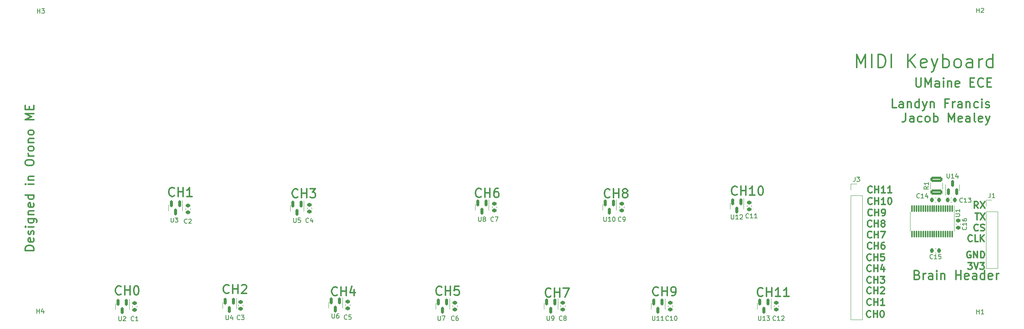
<source format=gto>
G04 #@! TF.GenerationSoftware,KiCad,Pcbnew,6.0.6-3a73a75311~116~ubuntu20.04.1*
G04 #@! TF.CreationDate,2022-09-30T12:23:53-04:00*
G04 #@! TF.ProjectId,developmentboard,64657665-6c6f-4706-9d65-6e74626f6172,rev?*
G04 #@! TF.SameCoordinates,Original*
G04 #@! TF.FileFunction,Legend,Top*
G04 #@! TF.FilePolarity,Positive*
%FSLAX46Y46*%
G04 Gerber Fmt 4.6, Leading zero omitted, Abs format (unit mm)*
G04 Created by KiCad (PCBNEW 6.0.6-3a73a75311~116~ubuntu20.04.1) date 2022-09-30 12:23:53*
%MOMM*%
%LPD*%
G01*
G04 APERTURE LIST*
G04 Aperture macros list*
%AMRoundRect*
0 Rectangle with rounded corners*
0 $1 Rounding radius*
0 $2 $3 $4 $5 $6 $7 $8 $9 X,Y pos of 4 corners*
0 Add a 4 corners polygon primitive as box body*
4,1,4,$2,$3,$4,$5,$6,$7,$8,$9,$2,$3,0*
0 Add four circle primitives for the rounded corners*
1,1,$1+$1,$2,$3*
1,1,$1+$1,$4,$5*
1,1,$1+$1,$6,$7*
1,1,$1+$1,$8,$9*
0 Add four rect primitives between the rounded corners*
20,1,$1+$1,$2,$3,$4,$5,0*
20,1,$1+$1,$4,$5,$6,$7,0*
20,1,$1+$1,$6,$7,$8,$9,0*
20,1,$1+$1,$8,$9,$2,$3,0*%
G04 Aperture macros list end*
%ADD10C,0.300000*%
%ADD11C,0.150000*%
%ADD12C,0.120000*%
%ADD13RoundRect,0.225000X-0.225000X-0.250000X0.225000X-0.250000X0.225000X0.250000X-0.225000X0.250000X0*%
%ADD14RoundRect,0.225000X0.225000X0.250000X-0.225000X0.250000X-0.225000X-0.250000X0.225000X-0.250000X0*%
%ADD15RoundRect,0.150000X-0.150000X0.587500X-0.150000X-0.587500X0.150000X-0.587500X0.150000X0.587500X0*%
%ADD16RoundRect,0.225000X0.250000X-0.225000X0.250000X0.225000X-0.250000X0.225000X-0.250000X-0.225000X0*%
%ADD17C,4.300000*%
%ADD18RoundRect,0.225000X-0.250000X0.225000X-0.250000X-0.225000X0.250000X-0.225000X0.250000X0.225000X0*%
%ADD19R,1.700000X1.700000*%
%ADD20O,1.700000X1.700000*%
%ADD21RoundRect,0.150000X0.150000X-0.587500X0.150000X0.587500X-0.150000X0.587500X-0.150000X-0.587500X0*%
%ADD22RoundRect,0.250000X1.075000X-0.312500X1.075000X0.312500X-1.075000X0.312500X-1.075000X-0.312500X0*%
%ADD23RoundRect,0.075000X-0.075000X0.662500X-0.075000X-0.662500X0.075000X-0.662500X0.075000X0.662500X0*%
G04 APERTURE END LIST*
D10*
X134613047Y-110970285D02*
X134517809Y-111065523D01*
X134232095Y-111160761D01*
X134041619Y-111160761D01*
X133755904Y-111065523D01*
X133565428Y-110875047D01*
X133470190Y-110684571D01*
X133374952Y-110303619D01*
X133374952Y-110017904D01*
X133470190Y-109636952D01*
X133565428Y-109446476D01*
X133755904Y-109256000D01*
X134041619Y-109160761D01*
X134232095Y-109160761D01*
X134517809Y-109256000D01*
X134613047Y-109351238D01*
X135470190Y-111160761D02*
X135470190Y-109160761D01*
X135470190Y-110113142D02*
X136613047Y-110113142D01*
X136613047Y-111160761D02*
X136613047Y-109160761D01*
X138517809Y-109160761D02*
X137565428Y-109160761D01*
X137470190Y-110113142D01*
X137565428Y-110017904D01*
X137755904Y-109922666D01*
X138232095Y-109922666D01*
X138422571Y-110017904D01*
X138517809Y-110113142D01*
X138613047Y-110303619D01*
X138613047Y-110779809D01*
X138517809Y-110970285D01*
X138422571Y-111065523D01*
X138232095Y-111160761D01*
X137755904Y-111160761D01*
X137565428Y-111065523D01*
X137470190Y-110970285D01*
X253751142Y-101306000D02*
X253608285Y-101234571D01*
X253394000Y-101234571D01*
X253179714Y-101306000D01*
X253036857Y-101448857D01*
X252965428Y-101591714D01*
X252894000Y-101877428D01*
X252894000Y-102091714D01*
X252965428Y-102377428D01*
X253036857Y-102520285D01*
X253179714Y-102663142D01*
X253394000Y-102734571D01*
X253536857Y-102734571D01*
X253751142Y-102663142D01*
X253822571Y-102591714D01*
X253822571Y-102091714D01*
X253536857Y-102091714D01*
X254465428Y-102734571D02*
X254465428Y-101234571D01*
X255322571Y-102734571D01*
X255322571Y-101234571D01*
X256036857Y-102734571D02*
X256036857Y-101234571D01*
X256394000Y-101234571D01*
X256608285Y-101306000D01*
X256751142Y-101448857D01*
X256822571Y-101591714D01*
X256894000Y-101877428D01*
X256894000Y-102091714D01*
X256822571Y-102377428D01*
X256751142Y-102520285D01*
X256608285Y-102663142D01*
X256394000Y-102734571D01*
X256036857Y-102734571D01*
X231358285Y-113291714D02*
X231286857Y-113363142D01*
X231072571Y-113434571D01*
X230929714Y-113434571D01*
X230715428Y-113363142D01*
X230572571Y-113220285D01*
X230501142Y-113077428D01*
X230429714Y-112791714D01*
X230429714Y-112577428D01*
X230501142Y-112291714D01*
X230572571Y-112148857D01*
X230715428Y-112006000D01*
X230929714Y-111934571D01*
X231072571Y-111934571D01*
X231286857Y-112006000D01*
X231358285Y-112077428D01*
X232001142Y-113434571D02*
X232001142Y-111934571D01*
X232001142Y-112648857D02*
X232858285Y-112648857D01*
X232858285Y-113434571D02*
X232858285Y-111934571D01*
X234358285Y-113434571D02*
X233501142Y-113434571D01*
X233929714Y-113434571D02*
X233929714Y-111934571D01*
X233786857Y-112148857D01*
X233644000Y-112291714D01*
X233501142Y-112363142D01*
X42798761Y-101051238D02*
X40798761Y-101051238D01*
X40798761Y-100575047D01*
X40894000Y-100289333D01*
X41084476Y-100098857D01*
X41274952Y-100003619D01*
X41655904Y-99908380D01*
X41941619Y-99908380D01*
X42322571Y-100003619D01*
X42513047Y-100098857D01*
X42703523Y-100289333D01*
X42798761Y-100575047D01*
X42798761Y-101051238D01*
X42703523Y-98289333D02*
X42798761Y-98479809D01*
X42798761Y-98860761D01*
X42703523Y-99051238D01*
X42513047Y-99146476D01*
X41751142Y-99146476D01*
X41560666Y-99051238D01*
X41465428Y-98860761D01*
X41465428Y-98479809D01*
X41560666Y-98289333D01*
X41751142Y-98194095D01*
X41941619Y-98194095D01*
X42132095Y-99146476D01*
X42703523Y-97432190D02*
X42798761Y-97241714D01*
X42798761Y-96860761D01*
X42703523Y-96670285D01*
X42513047Y-96575047D01*
X42417809Y-96575047D01*
X42227333Y-96670285D01*
X42132095Y-96860761D01*
X42132095Y-97146476D01*
X42036857Y-97336952D01*
X41846380Y-97432190D01*
X41751142Y-97432190D01*
X41560666Y-97336952D01*
X41465428Y-97146476D01*
X41465428Y-96860761D01*
X41560666Y-96670285D01*
X42798761Y-95717904D02*
X41465428Y-95717904D01*
X40798761Y-95717904D02*
X40894000Y-95813142D01*
X40989238Y-95717904D01*
X40894000Y-95622666D01*
X40798761Y-95717904D01*
X40989238Y-95717904D01*
X41465428Y-93908380D02*
X43084476Y-93908380D01*
X43274952Y-94003619D01*
X43370190Y-94098857D01*
X43465428Y-94289333D01*
X43465428Y-94575047D01*
X43370190Y-94765523D01*
X42703523Y-93908380D02*
X42798761Y-94098857D01*
X42798761Y-94479809D01*
X42703523Y-94670285D01*
X42608285Y-94765523D01*
X42417809Y-94860761D01*
X41846380Y-94860761D01*
X41655904Y-94765523D01*
X41560666Y-94670285D01*
X41465428Y-94479809D01*
X41465428Y-94098857D01*
X41560666Y-93908380D01*
X41465428Y-92956000D02*
X42798761Y-92956000D01*
X41655904Y-92956000D02*
X41560666Y-92860761D01*
X41465428Y-92670285D01*
X41465428Y-92384571D01*
X41560666Y-92194095D01*
X41751142Y-92098857D01*
X42798761Y-92098857D01*
X42703523Y-90384571D02*
X42798761Y-90575047D01*
X42798761Y-90956000D01*
X42703523Y-91146476D01*
X42513047Y-91241714D01*
X41751142Y-91241714D01*
X41560666Y-91146476D01*
X41465428Y-90956000D01*
X41465428Y-90575047D01*
X41560666Y-90384571D01*
X41751142Y-90289333D01*
X41941619Y-90289333D01*
X42132095Y-91241714D01*
X42798761Y-88575047D02*
X40798761Y-88575047D01*
X42703523Y-88575047D02*
X42798761Y-88765523D01*
X42798761Y-89146476D01*
X42703523Y-89336952D01*
X42608285Y-89432190D01*
X42417809Y-89527428D01*
X41846380Y-89527428D01*
X41655904Y-89432190D01*
X41560666Y-89336952D01*
X41465428Y-89146476D01*
X41465428Y-88765523D01*
X41560666Y-88575047D01*
X42798761Y-86098857D02*
X41465428Y-86098857D01*
X40798761Y-86098857D02*
X40894000Y-86194095D01*
X40989238Y-86098857D01*
X40894000Y-86003619D01*
X40798761Y-86098857D01*
X40989238Y-86098857D01*
X41465428Y-85146476D02*
X42798761Y-85146476D01*
X41655904Y-85146476D02*
X41560666Y-85051238D01*
X41465428Y-84860761D01*
X41465428Y-84575047D01*
X41560666Y-84384571D01*
X41751142Y-84289333D01*
X42798761Y-84289333D01*
X40798761Y-81432190D02*
X40798761Y-81051238D01*
X40894000Y-80860761D01*
X41084476Y-80670285D01*
X41465428Y-80575047D01*
X42132095Y-80575047D01*
X42513047Y-80670285D01*
X42703523Y-80860761D01*
X42798761Y-81051238D01*
X42798761Y-81432190D01*
X42703523Y-81622666D01*
X42513047Y-81813142D01*
X42132095Y-81908380D01*
X41465428Y-81908380D01*
X41084476Y-81813142D01*
X40894000Y-81622666D01*
X40798761Y-81432190D01*
X42798761Y-79717904D02*
X41465428Y-79717904D01*
X41846380Y-79717904D02*
X41655904Y-79622666D01*
X41560666Y-79527428D01*
X41465428Y-79336952D01*
X41465428Y-79146476D01*
X42798761Y-78194095D02*
X42703523Y-78384571D01*
X42608285Y-78479809D01*
X42417809Y-78575047D01*
X41846380Y-78575047D01*
X41655904Y-78479809D01*
X41560666Y-78384571D01*
X41465428Y-78194095D01*
X41465428Y-77908380D01*
X41560666Y-77717904D01*
X41655904Y-77622666D01*
X41846380Y-77527428D01*
X42417809Y-77527428D01*
X42608285Y-77622666D01*
X42703523Y-77717904D01*
X42798761Y-77908380D01*
X42798761Y-78194095D01*
X41465428Y-76670285D02*
X42798761Y-76670285D01*
X41655904Y-76670285D02*
X41560666Y-76575047D01*
X41465428Y-76384571D01*
X41465428Y-76098857D01*
X41560666Y-75908380D01*
X41751142Y-75813142D01*
X42798761Y-75813142D01*
X42798761Y-74575047D02*
X42703523Y-74765523D01*
X42608285Y-74860761D01*
X42417809Y-74956000D01*
X41846380Y-74956000D01*
X41655904Y-74860761D01*
X41560666Y-74765523D01*
X41465428Y-74575047D01*
X41465428Y-74289333D01*
X41560666Y-74098857D01*
X41655904Y-74003619D01*
X41846380Y-73908380D01*
X42417809Y-73908380D01*
X42608285Y-74003619D01*
X42703523Y-74098857D01*
X42798761Y-74289333D01*
X42798761Y-74575047D01*
X42798761Y-71527428D02*
X40798761Y-71527428D01*
X42227333Y-70860761D01*
X40798761Y-70194095D01*
X42798761Y-70194095D01*
X41751142Y-69241714D02*
X41751142Y-68575047D01*
X42798761Y-68289333D02*
X42798761Y-69241714D01*
X40798761Y-69241714D01*
X40798761Y-68289333D01*
X228070428Y-59813142D02*
X228070428Y-56813142D01*
X229070428Y-58956000D01*
X230070428Y-56813142D01*
X230070428Y-59813142D01*
X231499000Y-59813142D02*
X231499000Y-56813142D01*
X232927571Y-59813142D02*
X232927571Y-56813142D01*
X233641857Y-56813142D01*
X234070428Y-56956000D01*
X234356142Y-57241714D01*
X234499000Y-57527428D01*
X234641857Y-58098857D01*
X234641857Y-58527428D01*
X234499000Y-59098857D01*
X234356142Y-59384571D01*
X234070428Y-59670285D01*
X233641857Y-59813142D01*
X232927571Y-59813142D01*
X235927571Y-59813142D02*
X235927571Y-56813142D01*
X239641857Y-59813142D02*
X239641857Y-56813142D01*
X241356142Y-59813142D02*
X240070428Y-58098857D01*
X241356142Y-56813142D02*
X239641857Y-58527428D01*
X243784714Y-59670285D02*
X243499000Y-59813142D01*
X242927571Y-59813142D01*
X242641857Y-59670285D01*
X242499000Y-59384571D01*
X242499000Y-58241714D01*
X242641857Y-57956000D01*
X242927571Y-57813142D01*
X243499000Y-57813142D01*
X243784714Y-57956000D01*
X243927571Y-58241714D01*
X243927571Y-58527428D01*
X242499000Y-58813142D01*
X244927571Y-57813142D02*
X245641857Y-59813142D01*
X246356142Y-57813142D02*
X245641857Y-59813142D01*
X245356142Y-60527428D01*
X245213285Y-60670285D01*
X244927571Y-60813142D01*
X247499000Y-59813142D02*
X247499000Y-56813142D01*
X247499000Y-57956000D02*
X247784714Y-57813142D01*
X248356142Y-57813142D01*
X248641857Y-57956000D01*
X248784714Y-58098857D01*
X248927571Y-58384571D01*
X248927571Y-59241714D01*
X248784714Y-59527428D01*
X248641857Y-59670285D01*
X248356142Y-59813142D01*
X247784714Y-59813142D01*
X247499000Y-59670285D01*
X250641857Y-59813142D02*
X250356142Y-59670285D01*
X250213285Y-59527428D01*
X250070428Y-59241714D01*
X250070428Y-58384571D01*
X250213285Y-58098857D01*
X250356142Y-57956000D01*
X250641857Y-57813142D01*
X251070428Y-57813142D01*
X251356142Y-57956000D01*
X251499000Y-58098857D01*
X251641857Y-58384571D01*
X251641857Y-59241714D01*
X251499000Y-59527428D01*
X251356142Y-59670285D01*
X251070428Y-59813142D01*
X250641857Y-59813142D01*
X254213285Y-59813142D02*
X254213285Y-58241714D01*
X254070428Y-57956000D01*
X253784714Y-57813142D01*
X253213285Y-57813142D01*
X252927571Y-57956000D01*
X254213285Y-59670285D02*
X253927571Y-59813142D01*
X253213285Y-59813142D01*
X252927571Y-59670285D01*
X252784714Y-59384571D01*
X252784714Y-59098857D01*
X252927571Y-58813142D01*
X253213285Y-58670285D01*
X253927571Y-58670285D01*
X254213285Y-58527428D01*
X255641857Y-59813142D02*
X255641857Y-57813142D01*
X255641857Y-58384571D02*
X255784714Y-58098857D01*
X255927571Y-57956000D01*
X256213285Y-57813142D01*
X256499000Y-57813142D01*
X258784714Y-59813142D02*
X258784714Y-56813142D01*
X258784714Y-59670285D02*
X258499000Y-59813142D01*
X257927571Y-59813142D01*
X257641857Y-59670285D01*
X257499000Y-59527428D01*
X257356142Y-59241714D01*
X257356142Y-58384571D01*
X257499000Y-58098857D01*
X257641857Y-57956000D01*
X257927571Y-57813142D01*
X258499000Y-57813142D01*
X258784714Y-57956000D01*
X241465666Y-62160761D02*
X241465666Y-63779809D01*
X241560904Y-63970285D01*
X241656142Y-64065523D01*
X241846619Y-64160761D01*
X242227571Y-64160761D01*
X242418047Y-64065523D01*
X242513285Y-63970285D01*
X242608523Y-63779809D01*
X242608523Y-62160761D01*
X243560904Y-64160761D02*
X243560904Y-62160761D01*
X244227571Y-63589333D01*
X244894238Y-62160761D01*
X244894238Y-64160761D01*
X246703761Y-64160761D02*
X246703761Y-63113142D01*
X246608523Y-62922666D01*
X246418047Y-62827428D01*
X246037095Y-62827428D01*
X245846619Y-62922666D01*
X246703761Y-64065523D02*
X246513285Y-64160761D01*
X246037095Y-64160761D01*
X245846619Y-64065523D01*
X245751380Y-63875047D01*
X245751380Y-63684571D01*
X245846619Y-63494095D01*
X246037095Y-63398857D01*
X246513285Y-63398857D01*
X246703761Y-63303619D01*
X247656142Y-64160761D02*
X247656142Y-62827428D01*
X247656142Y-62160761D02*
X247560904Y-62256000D01*
X247656142Y-62351238D01*
X247751380Y-62256000D01*
X247656142Y-62160761D01*
X247656142Y-62351238D01*
X248608523Y-62827428D02*
X248608523Y-64160761D01*
X248608523Y-63017904D02*
X248703761Y-62922666D01*
X248894238Y-62827428D01*
X249179952Y-62827428D01*
X249370428Y-62922666D01*
X249465666Y-63113142D01*
X249465666Y-64160761D01*
X251179952Y-64065523D02*
X250989476Y-64160761D01*
X250608523Y-64160761D01*
X250418047Y-64065523D01*
X250322809Y-63875047D01*
X250322809Y-63113142D01*
X250418047Y-62922666D01*
X250608523Y-62827428D01*
X250989476Y-62827428D01*
X251179952Y-62922666D01*
X251275190Y-63113142D01*
X251275190Y-63303619D01*
X250322809Y-63494095D01*
X253656142Y-63113142D02*
X254322809Y-63113142D01*
X254608523Y-64160761D02*
X253656142Y-64160761D01*
X253656142Y-62160761D01*
X254608523Y-62160761D01*
X256608523Y-63970285D02*
X256513285Y-64065523D01*
X256227571Y-64160761D01*
X256037095Y-64160761D01*
X255751380Y-64065523D01*
X255560904Y-63875047D01*
X255465666Y-63684571D01*
X255370428Y-63303619D01*
X255370428Y-63017904D01*
X255465666Y-62636952D01*
X255560904Y-62446476D01*
X255751380Y-62256000D01*
X256037095Y-62160761D01*
X256227571Y-62160761D01*
X256513285Y-62256000D01*
X256608523Y-62351238D01*
X257465666Y-63113142D02*
X258132333Y-63113142D01*
X258418047Y-64160761D02*
X257465666Y-64160761D01*
X257465666Y-62160761D01*
X258418047Y-62160761D01*
X231458285Y-98091714D02*
X231386857Y-98163142D01*
X231172571Y-98234571D01*
X231029714Y-98234571D01*
X230815428Y-98163142D01*
X230672571Y-98020285D01*
X230601142Y-97877428D01*
X230529714Y-97591714D01*
X230529714Y-97377428D01*
X230601142Y-97091714D01*
X230672571Y-96948857D01*
X230815428Y-96806000D01*
X231029714Y-96734571D01*
X231172571Y-96734571D01*
X231386857Y-96806000D01*
X231458285Y-96877428D01*
X232101142Y-98234571D02*
X232101142Y-96734571D01*
X232101142Y-97448857D02*
X232958285Y-97448857D01*
X232958285Y-98234571D02*
X232958285Y-96734571D01*
X233529714Y-96734571D02*
X234529714Y-96734571D01*
X233886857Y-98234571D01*
X143513047Y-88870285D02*
X143417809Y-88965523D01*
X143132095Y-89060761D01*
X142941619Y-89060761D01*
X142655904Y-88965523D01*
X142465428Y-88775047D01*
X142370190Y-88584571D01*
X142274952Y-88203619D01*
X142274952Y-87917904D01*
X142370190Y-87536952D01*
X142465428Y-87346476D01*
X142655904Y-87156000D01*
X142941619Y-87060761D01*
X143132095Y-87060761D01*
X143417809Y-87156000D01*
X143513047Y-87251238D01*
X144370190Y-89060761D02*
X144370190Y-87060761D01*
X144370190Y-88013142D02*
X145513047Y-88013142D01*
X145513047Y-89060761D02*
X145513047Y-87060761D01*
X147322571Y-87060761D02*
X146941619Y-87060761D01*
X146751142Y-87156000D01*
X146655904Y-87251238D01*
X146465428Y-87536952D01*
X146370190Y-87917904D01*
X146370190Y-88679809D01*
X146465428Y-88870285D01*
X146560666Y-88965523D01*
X146751142Y-89060761D01*
X147132095Y-89060761D01*
X147322571Y-88965523D01*
X147417809Y-88870285D01*
X147513047Y-88679809D01*
X147513047Y-88203619D01*
X147417809Y-88013142D01*
X147322571Y-87917904D01*
X147132095Y-87822666D01*
X146751142Y-87822666D01*
X146560666Y-87917904D01*
X146465428Y-88013142D01*
X146370190Y-88203619D01*
X231258285Y-115991714D02*
X231186857Y-116063142D01*
X230972571Y-116134571D01*
X230829714Y-116134571D01*
X230615428Y-116063142D01*
X230472571Y-115920285D01*
X230401142Y-115777428D01*
X230329714Y-115491714D01*
X230329714Y-115277428D01*
X230401142Y-114991714D01*
X230472571Y-114848857D01*
X230615428Y-114706000D01*
X230829714Y-114634571D01*
X230972571Y-114634571D01*
X231186857Y-114706000D01*
X231258285Y-114777428D01*
X231901142Y-116134571D02*
X231901142Y-114634571D01*
X231901142Y-115348857D02*
X232758285Y-115348857D01*
X232758285Y-116134571D02*
X232758285Y-114634571D01*
X233758285Y-114634571D02*
X233901142Y-114634571D01*
X234044000Y-114706000D01*
X234115428Y-114777428D01*
X234186857Y-114920285D01*
X234258285Y-115206000D01*
X234258285Y-115563142D01*
X234186857Y-115848857D01*
X234115428Y-115991714D01*
X234044000Y-116063142D01*
X233901142Y-116134571D01*
X233758285Y-116134571D01*
X233615428Y-116063142D01*
X233544000Y-115991714D01*
X233472571Y-115848857D01*
X233401142Y-115563142D01*
X233401142Y-115206000D01*
X233472571Y-114920285D01*
X233544000Y-114777428D01*
X233615428Y-114706000D01*
X233758285Y-114634571D01*
X254101142Y-98891714D02*
X254029714Y-98963142D01*
X253815428Y-99034571D01*
X253672571Y-99034571D01*
X253458285Y-98963142D01*
X253315428Y-98820285D01*
X253244000Y-98677428D01*
X253172571Y-98391714D01*
X253172571Y-98177428D01*
X253244000Y-97891714D01*
X253315428Y-97748857D01*
X253458285Y-97606000D01*
X253672571Y-97534571D01*
X253815428Y-97534571D01*
X254029714Y-97606000D01*
X254101142Y-97677428D01*
X255458285Y-99034571D02*
X254744000Y-99034571D01*
X254744000Y-97534571D01*
X255958285Y-99034571D02*
X255958285Y-97534571D01*
X256815428Y-99034571D02*
X256172571Y-98177428D01*
X256815428Y-97534571D02*
X255958285Y-98391714D01*
X254751142Y-92634571D02*
X255608285Y-92634571D01*
X255179714Y-94134571D02*
X255179714Y-92634571D01*
X255965428Y-92634571D02*
X256965428Y-94134571D01*
X256965428Y-92634571D02*
X255965428Y-94134571D01*
X201160666Y-88370285D02*
X201065428Y-88465523D01*
X200779714Y-88560761D01*
X200589238Y-88560761D01*
X200303523Y-88465523D01*
X200113047Y-88275047D01*
X200017809Y-88084571D01*
X199922571Y-87703619D01*
X199922571Y-87417904D01*
X200017809Y-87036952D01*
X200113047Y-86846476D01*
X200303523Y-86656000D01*
X200589238Y-86560761D01*
X200779714Y-86560761D01*
X201065428Y-86656000D01*
X201160666Y-86751238D01*
X202017809Y-88560761D02*
X202017809Y-86560761D01*
X202017809Y-87513142D02*
X203160666Y-87513142D01*
X203160666Y-88560761D02*
X203160666Y-86560761D01*
X205160666Y-88560761D02*
X204017809Y-88560761D01*
X204589238Y-88560761D02*
X204589238Y-86560761D01*
X204398761Y-86846476D01*
X204208285Y-87036952D01*
X204017809Y-87132190D01*
X206398761Y-86560761D02*
X206589238Y-86560761D01*
X206779714Y-86656000D01*
X206874952Y-86751238D01*
X206970190Y-86941714D01*
X207065428Y-87322666D01*
X207065428Y-87798857D01*
X206970190Y-88179809D01*
X206874952Y-88370285D01*
X206779714Y-88465523D01*
X206589238Y-88560761D01*
X206398761Y-88560761D01*
X206208285Y-88465523D01*
X206113047Y-88370285D01*
X206017809Y-88179809D01*
X205922571Y-87798857D01*
X205922571Y-87322666D01*
X206017809Y-86941714D01*
X206113047Y-86751238D01*
X206208285Y-86656000D01*
X206398761Y-86560761D01*
X206960666Y-111270285D02*
X206865428Y-111365523D01*
X206579714Y-111460761D01*
X206389238Y-111460761D01*
X206103523Y-111365523D01*
X205913047Y-111175047D01*
X205817809Y-110984571D01*
X205722571Y-110603619D01*
X205722571Y-110317904D01*
X205817809Y-109936952D01*
X205913047Y-109746476D01*
X206103523Y-109556000D01*
X206389238Y-109460761D01*
X206579714Y-109460761D01*
X206865428Y-109556000D01*
X206960666Y-109651238D01*
X207817809Y-111460761D02*
X207817809Y-109460761D01*
X207817809Y-110413142D02*
X208960666Y-110413142D01*
X208960666Y-111460761D02*
X208960666Y-109460761D01*
X210960666Y-111460761D02*
X209817809Y-111460761D01*
X210389238Y-111460761D02*
X210389238Y-109460761D01*
X210198761Y-109746476D01*
X210008285Y-109936952D01*
X209817809Y-110032190D01*
X212865428Y-111460761D02*
X211722571Y-111460761D01*
X212294000Y-111460761D02*
X212294000Y-109460761D01*
X212103523Y-109746476D01*
X211913047Y-109936952D01*
X211722571Y-110032190D01*
X111113047Y-111070285D02*
X111017809Y-111165523D01*
X110732095Y-111260761D01*
X110541619Y-111260761D01*
X110255904Y-111165523D01*
X110065428Y-110975047D01*
X109970190Y-110784571D01*
X109874952Y-110403619D01*
X109874952Y-110117904D01*
X109970190Y-109736952D01*
X110065428Y-109546476D01*
X110255904Y-109356000D01*
X110541619Y-109260761D01*
X110732095Y-109260761D01*
X111017809Y-109356000D01*
X111113047Y-109451238D01*
X111970190Y-111260761D02*
X111970190Y-109260761D01*
X111970190Y-110213142D02*
X113113047Y-110213142D01*
X113113047Y-111260761D02*
X113113047Y-109260761D01*
X114922571Y-109927428D02*
X114922571Y-111260761D01*
X114446380Y-109165523D02*
X113970190Y-110594095D01*
X115208285Y-110594095D01*
X237065666Y-68850761D02*
X236113285Y-68850761D01*
X236113285Y-66850761D01*
X238589476Y-68850761D02*
X238589476Y-67803142D01*
X238494238Y-67612666D01*
X238303761Y-67517428D01*
X237922809Y-67517428D01*
X237732333Y-67612666D01*
X238589476Y-68755523D02*
X238399000Y-68850761D01*
X237922809Y-68850761D01*
X237732333Y-68755523D01*
X237637095Y-68565047D01*
X237637095Y-68374571D01*
X237732333Y-68184095D01*
X237922809Y-68088857D01*
X238399000Y-68088857D01*
X238589476Y-67993619D01*
X239541857Y-67517428D02*
X239541857Y-68850761D01*
X239541857Y-67707904D02*
X239637095Y-67612666D01*
X239827571Y-67517428D01*
X240113285Y-67517428D01*
X240303761Y-67612666D01*
X240399000Y-67803142D01*
X240399000Y-68850761D01*
X242208523Y-68850761D02*
X242208523Y-66850761D01*
X242208523Y-68755523D02*
X242018047Y-68850761D01*
X241637095Y-68850761D01*
X241446619Y-68755523D01*
X241351380Y-68660285D01*
X241256142Y-68469809D01*
X241256142Y-67898380D01*
X241351380Y-67707904D01*
X241446619Y-67612666D01*
X241637095Y-67517428D01*
X242018047Y-67517428D01*
X242208523Y-67612666D01*
X242970428Y-67517428D02*
X243446619Y-68850761D01*
X243922809Y-67517428D02*
X243446619Y-68850761D01*
X243256142Y-69326952D01*
X243160904Y-69422190D01*
X242970428Y-69517428D01*
X244684714Y-67517428D02*
X244684714Y-68850761D01*
X244684714Y-67707904D02*
X244779952Y-67612666D01*
X244970428Y-67517428D01*
X245256142Y-67517428D01*
X245446619Y-67612666D01*
X245541857Y-67803142D01*
X245541857Y-68850761D01*
X248684714Y-67803142D02*
X248018047Y-67803142D01*
X248018047Y-68850761D02*
X248018047Y-66850761D01*
X248970428Y-66850761D01*
X249732333Y-68850761D02*
X249732333Y-67517428D01*
X249732333Y-67898380D02*
X249827571Y-67707904D01*
X249922809Y-67612666D01*
X250113285Y-67517428D01*
X250303761Y-67517428D01*
X251827571Y-68850761D02*
X251827571Y-67803142D01*
X251732333Y-67612666D01*
X251541857Y-67517428D01*
X251160904Y-67517428D01*
X250970428Y-67612666D01*
X251827571Y-68755523D02*
X251637095Y-68850761D01*
X251160904Y-68850761D01*
X250970428Y-68755523D01*
X250875190Y-68565047D01*
X250875190Y-68374571D01*
X250970428Y-68184095D01*
X251160904Y-68088857D01*
X251637095Y-68088857D01*
X251827571Y-67993619D01*
X252779952Y-67517428D02*
X252779952Y-68850761D01*
X252779952Y-67707904D02*
X252875190Y-67612666D01*
X253065666Y-67517428D01*
X253351380Y-67517428D01*
X253541857Y-67612666D01*
X253637095Y-67803142D01*
X253637095Y-68850761D01*
X255446619Y-68755523D02*
X255256142Y-68850761D01*
X254875190Y-68850761D01*
X254684714Y-68755523D01*
X254589476Y-68660285D01*
X254494238Y-68469809D01*
X254494238Y-67898380D01*
X254589476Y-67707904D01*
X254684714Y-67612666D01*
X254875190Y-67517428D01*
X255256142Y-67517428D01*
X255446619Y-67612666D01*
X256303761Y-68850761D02*
X256303761Y-67517428D01*
X256303761Y-66850761D02*
X256208523Y-66946000D01*
X256303761Y-67041238D01*
X256399000Y-66946000D01*
X256303761Y-66850761D01*
X256303761Y-67041238D01*
X257160904Y-68755523D02*
X257351380Y-68850761D01*
X257732333Y-68850761D01*
X257922809Y-68755523D01*
X258018047Y-68565047D01*
X258018047Y-68469809D01*
X257922809Y-68279333D01*
X257732333Y-68184095D01*
X257446619Y-68184095D01*
X257256142Y-68088857D01*
X257160904Y-67898380D01*
X257160904Y-67803142D01*
X257256142Y-67612666D01*
X257446619Y-67517428D01*
X257732333Y-67517428D01*
X257922809Y-67612666D01*
X239160904Y-70070761D02*
X239160904Y-71499333D01*
X239065666Y-71785047D01*
X238875190Y-71975523D01*
X238589476Y-72070761D01*
X238399000Y-72070761D01*
X240970428Y-72070761D02*
X240970428Y-71023142D01*
X240875190Y-70832666D01*
X240684714Y-70737428D01*
X240303761Y-70737428D01*
X240113285Y-70832666D01*
X240970428Y-71975523D02*
X240779952Y-72070761D01*
X240303761Y-72070761D01*
X240113285Y-71975523D01*
X240018047Y-71785047D01*
X240018047Y-71594571D01*
X240113285Y-71404095D01*
X240303761Y-71308857D01*
X240779952Y-71308857D01*
X240970428Y-71213619D01*
X242779952Y-71975523D02*
X242589476Y-72070761D01*
X242208523Y-72070761D01*
X242018047Y-71975523D01*
X241922809Y-71880285D01*
X241827571Y-71689809D01*
X241827571Y-71118380D01*
X241922809Y-70927904D01*
X242018047Y-70832666D01*
X242208523Y-70737428D01*
X242589476Y-70737428D01*
X242779952Y-70832666D01*
X243922809Y-72070761D02*
X243732333Y-71975523D01*
X243637095Y-71880285D01*
X243541857Y-71689809D01*
X243541857Y-71118380D01*
X243637095Y-70927904D01*
X243732333Y-70832666D01*
X243922809Y-70737428D01*
X244208523Y-70737428D01*
X244399000Y-70832666D01*
X244494238Y-70927904D01*
X244589476Y-71118380D01*
X244589476Y-71689809D01*
X244494238Y-71880285D01*
X244399000Y-71975523D01*
X244208523Y-72070761D01*
X243922809Y-72070761D01*
X245446619Y-72070761D02*
X245446619Y-70070761D01*
X245446619Y-70832666D02*
X245637095Y-70737428D01*
X246018047Y-70737428D01*
X246208523Y-70832666D01*
X246303761Y-70927904D01*
X246399000Y-71118380D01*
X246399000Y-71689809D01*
X246303761Y-71880285D01*
X246208523Y-71975523D01*
X246018047Y-72070761D01*
X245637095Y-72070761D01*
X245446619Y-71975523D01*
X248779952Y-72070761D02*
X248779952Y-70070761D01*
X249446619Y-71499333D01*
X250113285Y-70070761D01*
X250113285Y-72070761D01*
X251827571Y-71975523D02*
X251637095Y-72070761D01*
X251256142Y-72070761D01*
X251065666Y-71975523D01*
X250970428Y-71785047D01*
X250970428Y-71023142D01*
X251065666Y-70832666D01*
X251256142Y-70737428D01*
X251637095Y-70737428D01*
X251827571Y-70832666D01*
X251922809Y-71023142D01*
X251922809Y-71213619D01*
X250970428Y-71404095D01*
X253637095Y-72070761D02*
X253637095Y-71023142D01*
X253541857Y-70832666D01*
X253351380Y-70737428D01*
X252970428Y-70737428D01*
X252779952Y-70832666D01*
X253637095Y-71975523D02*
X253446619Y-72070761D01*
X252970428Y-72070761D01*
X252779952Y-71975523D01*
X252684714Y-71785047D01*
X252684714Y-71594571D01*
X252779952Y-71404095D01*
X252970428Y-71308857D01*
X253446619Y-71308857D01*
X253637095Y-71213619D01*
X254875190Y-72070761D02*
X254684714Y-71975523D01*
X254589476Y-71785047D01*
X254589476Y-70070761D01*
X256399000Y-71975523D02*
X256208523Y-72070761D01*
X255827571Y-72070761D01*
X255637095Y-71975523D01*
X255541857Y-71785047D01*
X255541857Y-71023142D01*
X255637095Y-70832666D01*
X255827571Y-70737428D01*
X256208523Y-70737428D01*
X256399000Y-70832666D01*
X256494238Y-71023142D01*
X256494238Y-71213619D01*
X255541857Y-71404095D01*
X257160904Y-70737428D02*
X257637095Y-72070761D01*
X258113285Y-70737428D02*
X257637095Y-72070761D01*
X257446619Y-72546952D01*
X257351380Y-72642190D01*
X257160904Y-72737428D01*
X159213047Y-111370285D02*
X159117809Y-111465523D01*
X158832095Y-111560761D01*
X158641619Y-111560761D01*
X158355904Y-111465523D01*
X158165428Y-111275047D01*
X158070190Y-111084571D01*
X157974952Y-110703619D01*
X157974952Y-110417904D01*
X158070190Y-110036952D01*
X158165428Y-109846476D01*
X158355904Y-109656000D01*
X158641619Y-109560761D01*
X158832095Y-109560761D01*
X159117809Y-109656000D01*
X159213047Y-109751238D01*
X160070190Y-111560761D02*
X160070190Y-109560761D01*
X160070190Y-110513142D02*
X161213047Y-110513142D01*
X161213047Y-111560761D02*
X161213047Y-109560761D01*
X161974952Y-109560761D02*
X163308285Y-109560761D01*
X162451142Y-111560761D01*
X231358285Y-108291714D02*
X231286857Y-108363142D01*
X231072571Y-108434571D01*
X230929714Y-108434571D01*
X230715428Y-108363142D01*
X230572571Y-108220285D01*
X230501142Y-108077428D01*
X230429714Y-107791714D01*
X230429714Y-107577428D01*
X230501142Y-107291714D01*
X230572571Y-107148857D01*
X230715428Y-107006000D01*
X230929714Y-106934571D01*
X231072571Y-106934571D01*
X231286857Y-107006000D01*
X231358285Y-107077428D01*
X232001142Y-108434571D02*
X232001142Y-106934571D01*
X232001142Y-107648857D02*
X232858285Y-107648857D01*
X232858285Y-108434571D02*
X232858285Y-106934571D01*
X233429714Y-106934571D02*
X234358285Y-106934571D01*
X233858285Y-107506000D01*
X234072571Y-107506000D01*
X234215428Y-107577428D01*
X234286857Y-107648857D01*
X234358285Y-107791714D01*
X234358285Y-108148857D01*
X234286857Y-108291714D01*
X234215428Y-108363142D01*
X234072571Y-108434571D01*
X233644000Y-108434571D01*
X233501142Y-108363142D01*
X233429714Y-108291714D01*
X231544000Y-90491714D02*
X231472571Y-90563142D01*
X231258285Y-90634571D01*
X231115428Y-90634571D01*
X230901142Y-90563142D01*
X230758285Y-90420285D01*
X230686857Y-90277428D01*
X230615428Y-89991714D01*
X230615428Y-89777428D01*
X230686857Y-89491714D01*
X230758285Y-89348857D01*
X230901142Y-89206000D01*
X231115428Y-89134571D01*
X231258285Y-89134571D01*
X231472571Y-89206000D01*
X231544000Y-89277428D01*
X232186857Y-90634571D02*
X232186857Y-89134571D01*
X232186857Y-89848857D02*
X233044000Y-89848857D01*
X233044000Y-90634571D02*
X233044000Y-89134571D01*
X234544000Y-90634571D02*
X233686857Y-90634571D01*
X234115428Y-90634571D02*
X234115428Y-89134571D01*
X233972571Y-89348857D01*
X233829714Y-89491714D01*
X233686857Y-89563142D01*
X235472571Y-89134571D02*
X235615428Y-89134571D01*
X235758285Y-89206000D01*
X235829714Y-89277428D01*
X235901142Y-89420285D01*
X235972571Y-89706000D01*
X235972571Y-90063142D01*
X235901142Y-90348857D01*
X235829714Y-90491714D01*
X235758285Y-90563142D01*
X235615428Y-90634571D01*
X235472571Y-90634571D01*
X235329714Y-90563142D01*
X235258285Y-90491714D01*
X235186857Y-90348857D01*
X235115428Y-90063142D01*
X235115428Y-89706000D01*
X235186857Y-89420285D01*
X235258285Y-89277428D01*
X235329714Y-89206000D01*
X235472571Y-89134571D01*
X231544000Y-87891714D02*
X231472571Y-87963142D01*
X231258285Y-88034571D01*
X231115428Y-88034571D01*
X230901142Y-87963142D01*
X230758285Y-87820285D01*
X230686857Y-87677428D01*
X230615428Y-87391714D01*
X230615428Y-87177428D01*
X230686857Y-86891714D01*
X230758285Y-86748857D01*
X230901142Y-86606000D01*
X231115428Y-86534571D01*
X231258285Y-86534571D01*
X231472571Y-86606000D01*
X231544000Y-86677428D01*
X232186857Y-88034571D02*
X232186857Y-86534571D01*
X232186857Y-87248857D02*
X233044000Y-87248857D01*
X233044000Y-88034571D02*
X233044000Y-86534571D01*
X234544000Y-88034571D02*
X233686857Y-88034571D01*
X234115428Y-88034571D02*
X234115428Y-86534571D01*
X233972571Y-86748857D01*
X233829714Y-86891714D01*
X233686857Y-86963142D01*
X235972571Y-88034571D02*
X235115428Y-88034571D01*
X235544000Y-88034571D02*
X235544000Y-86534571D01*
X235401142Y-86748857D01*
X235258285Y-86891714D01*
X235115428Y-86963142D01*
X253136857Y-103834571D02*
X254065428Y-103834571D01*
X253565428Y-104406000D01*
X253779714Y-104406000D01*
X253922571Y-104477428D01*
X253994000Y-104548857D01*
X254065428Y-104691714D01*
X254065428Y-105048857D01*
X253994000Y-105191714D01*
X253922571Y-105263142D01*
X253779714Y-105334571D01*
X253351142Y-105334571D01*
X253208285Y-105263142D01*
X253136857Y-105191714D01*
X254494000Y-103834571D02*
X254994000Y-105334571D01*
X255494000Y-103834571D01*
X255851142Y-103834571D02*
X256779714Y-103834571D01*
X256279714Y-104406000D01*
X256494000Y-104406000D01*
X256636857Y-104477428D01*
X256708285Y-104548857D01*
X256779714Y-104691714D01*
X256779714Y-105048857D01*
X256708285Y-105191714D01*
X256636857Y-105263142D01*
X256494000Y-105334571D01*
X256065428Y-105334571D01*
X255922571Y-105263142D01*
X255851142Y-105191714D01*
X172513047Y-88970285D02*
X172417809Y-89065523D01*
X172132095Y-89160761D01*
X171941619Y-89160761D01*
X171655904Y-89065523D01*
X171465428Y-88875047D01*
X171370190Y-88684571D01*
X171274952Y-88303619D01*
X171274952Y-88017904D01*
X171370190Y-87636952D01*
X171465428Y-87446476D01*
X171655904Y-87256000D01*
X171941619Y-87160761D01*
X172132095Y-87160761D01*
X172417809Y-87256000D01*
X172513047Y-87351238D01*
X173370190Y-89160761D02*
X173370190Y-87160761D01*
X173370190Y-88113142D02*
X174513047Y-88113142D01*
X174513047Y-89160761D02*
X174513047Y-87160761D01*
X175751142Y-88017904D02*
X175560666Y-87922666D01*
X175465428Y-87827428D01*
X175370190Y-87636952D01*
X175370190Y-87541714D01*
X175465428Y-87351238D01*
X175560666Y-87256000D01*
X175751142Y-87160761D01*
X176132095Y-87160761D01*
X176322571Y-87256000D01*
X176417809Y-87351238D01*
X176513047Y-87541714D01*
X176513047Y-87636952D01*
X176417809Y-87827428D01*
X176322571Y-87922666D01*
X176132095Y-88017904D01*
X175751142Y-88017904D01*
X175560666Y-88113142D01*
X175465428Y-88208380D01*
X175370190Y-88398857D01*
X175370190Y-88779809D01*
X175465428Y-88970285D01*
X175560666Y-89065523D01*
X175751142Y-89160761D01*
X176132095Y-89160761D01*
X176322571Y-89065523D01*
X176417809Y-88970285D01*
X176513047Y-88779809D01*
X176513047Y-88398857D01*
X176417809Y-88208380D01*
X176322571Y-88113142D01*
X176132095Y-88017904D01*
X86713047Y-110570285D02*
X86617809Y-110665523D01*
X86332095Y-110760761D01*
X86141619Y-110760761D01*
X85855904Y-110665523D01*
X85665428Y-110475047D01*
X85570190Y-110284571D01*
X85474952Y-109903619D01*
X85474952Y-109617904D01*
X85570190Y-109236952D01*
X85665428Y-109046476D01*
X85855904Y-108856000D01*
X86141619Y-108760761D01*
X86332095Y-108760761D01*
X86617809Y-108856000D01*
X86713047Y-108951238D01*
X87570190Y-110760761D02*
X87570190Y-108760761D01*
X87570190Y-109713142D02*
X88713047Y-109713142D01*
X88713047Y-110760761D02*
X88713047Y-108760761D01*
X89570190Y-108951238D02*
X89665428Y-108856000D01*
X89855904Y-108760761D01*
X90332095Y-108760761D01*
X90522571Y-108856000D01*
X90617809Y-108951238D01*
X90713047Y-109141714D01*
X90713047Y-109332190D01*
X90617809Y-109617904D01*
X89474952Y-110760761D01*
X90713047Y-110760761D01*
X231458285Y-95591714D02*
X231386857Y-95663142D01*
X231172571Y-95734571D01*
X231029714Y-95734571D01*
X230815428Y-95663142D01*
X230672571Y-95520285D01*
X230601142Y-95377428D01*
X230529714Y-95091714D01*
X230529714Y-94877428D01*
X230601142Y-94591714D01*
X230672571Y-94448857D01*
X230815428Y-94306000D01*
X231029714Y-94234571D01*
X231172571Y-94234571D01*
X231386857Y-94306000D01*
X231458285Y-94377428D01*
X232101142Y-95734571D02*
X232101142Y-94234571D01*
X232101142Y-94948857D02*
X232958285Y-94948857D01*
X232958285Y-95734571D02*
X232958285Y-94234571D01*
X233886857Y-94877428D02*
X233744000Y-94806000D01*
X233672571Y-94734571D01*
X233601142Y-94591714D01*
X233601142Y-94520285D01*
X233672571Y-94377428D01*
X233744000Y-94306000D01*
X233886857Y-94234571D01*
X234172571Y-94234571D01*
X234315428Y-94306000D01*
X234386857Y-94377428D01*
X234458285Y-94520285D01*
X234458285Y-94591714D01*
X234386857Y-94734571D01*
X234315428Y-94806000D01*
X234172571Y-94877428D01*
X233886857Y-94877428D01*
X233744000Y-94948857D01*
X233672571Y-95020285D01*
X233601142Y-95163142D01*
X233601142Y-95448857D01*
X233672571Y-95591714D01*
X233744000Y-95663142D01*
X233886857Y-95734571D01*
X234172571Y-95734571D01*
X234315428Y-95663142D01*
X234386857Y-95591714D01*
X234458285Y-95448857D01*
X234458285Y-95163142D01*
X234386857Y-95020285D01*
X234315428Y-94948857D01*
X234172571Y-94877428D01*
X231558285Y-93091714D02*
X231486857Y-93163142D01*
X231272571Y-93234571D01*
X231129714Y-93234571D01*
X230915428Y-93163142D01*
X230772571Y-93020285D01*
X230701142Y-92877428D01*
X230629714Y-92591714D01*
X230629714Y-92377428D01*
X230701142Y-92091714D01*
X230772571Y-91948857D01*
X230915428Y-91806000D01*
X231129714Y-91734571D01*
X231272571Y-91734571D01*
X231486857Y-91806000D01*
X231558285Y-91877428D01*
X232201142Y-93234571D02*
X232201142Y-91734571D01*
X232201142Y-92448857D02*
X233058285Y-92448857D01*
X233058285Y-93234571D02*
X233058285Y-91734571D01*
X233844000Y-93234571D02*
X234129714Y-93234571D01*
X234272571Y-93163142D01*
X234344000Y-93091714D01*
X234486857Y-92877428D01*
X234558285Y-92591714D01*
X234558285Y-92020285D01*
X234486857Y-91877428D01*
X234415428Y-91806000D01*
X234272571Y-91734571D01*
X233986857Y-91734571D01*
X233844000Y-91806000D01*
X233772571Y-91877428D01*
X233701142Y-92020285D01*
X233701142Y-92377428D01*
X233772571Y-92520285D01*
X233844000Y-92591714D01*
X233986857Y-92663142D01*
X234272571Y-92663142D01*
X234415428Y-92591714D01*
X234486857Y-92520285D01*
X234558285Y-92377428D01*
X102213047Y-88970285D02*
X102117809Y-89065523D01*
X101832095Y-89160761D01*
X101641619Y-89160761D01*
X101355904Y-89065523D01*
X101165428Y-88875047D01*
X101070190Y-88684571D01*
X100974952Y-88303619D01*
X100974952Y-88017904D01*
X101070190Y-87636952D01*
X101165428Y-87446476D01*
X101355904Y-87256000D01*
X101641619Y-87160761D01*
X101832095Y-87160761D01*
X102117809Y-87256000D01*
X102213047Y-87351238D01*
X103070190Y-89160761D02*
X103070190Y-87160761D01*
X103070190Y-88113142D02*
X104213047Y-88113142D01*
X104213047Y-89160761D02*
X104213047Y-87160761D01*
X104974952Y-87160761D02*
X106213047Y-87160761D01*
X105546380Y-87922666D01*
X105832095Y-87922666D01*
X106022571Y-88017904D01*
X106117809Y-88113142D01*
X106213047Y-88303619D01*
X106213047Y-88779809D01*
X106117809Y-88970285D01*
X106022571Y-89065523D01*
X105832095Y-89160761D01*
X105260666Y-89160761D01*
X105070190Y-89065523D01*
X104974952Y-88970285D01*
X255444000Y-96491714D02*
X255372571Y-96563142D01*
X255158285Y-96634571D01*
X255015428Y-96634571D01*
X254801142Y-96563142D01*
X254658285Y-96420285D01*
X254586857Y-96277428D01*
X254515428Y-95991714D01*
X254515428Y-95777428D01*
X254586857Y-95491714D01*
X254658285Y-95348857D01*
X254801142Y-95206000D01*
X255015428Y-95134571D01*
X255158285Y-95134571D01*
X255372571Y-95206000D01*
X255444000Y-95277428D01*
X256015428Y-96563142D02*
X256229714Y-96634571D01*
X256586857Y-96634571D01*
X256729714Y-96563142D01*
X256801142Y-96491714D01*
X256872571Y-96348857D01*
X256872571Y-96206000D01*
X256801142Y-96063142D01*
X256729714Y-95991714D01*
X256586857Y-95920285D01*
X256301142Y-95848857D01*
X256158285Y-95777428D01*
X256086857Y-95706000D01*
X256015428Y-95563142D01*
X256015428Y-95420285D01*
X256086857Y-95277428D01*
X256158285Y-95206000D01*
X256301142Y-95134571D01*
X256658285Y-95134571D01*
X256872571Y-95206000D01*
X231358285Y-105691714D02*
X231286857Y-105763142D01*
X231072571Y-105834571D01*
X230929714Y-105834571D01*
X230715428Y-105763142D01*
X230572571Y-105620285D01*
X230501142Y-105477428D01*
X230429714Y-105191714D01*
X230429714Y-104977428D01*
X230501142Y-104691714D01*
X230572571Y-104548857D01*
X230715428Y-104406000D01*
X230929714Y-104334571D01*
X231072571Y-104334571D01*
X231286857Y-104406000D01*
X231358285Y-104477428D01*
X232001142Y-105834571D02*
X232001142Y-104334571D01*
X232001142Y-105048857D02*
X232858285Y-105048857D01*
X232858285Y-105834571D02*
X232858285Y-104334571D01*
X234215428Y-104834571D02*
X234215428Y-105834571D01*
X233858285Y-104263142D02*
X233501142Y-105334571D01*
X234429714Y-105334571D01*
X241767114Y-106564942D02*
X242052828Y-106660180D01*
X242148066Y-106755419D01*
X242243304Y-106945895D01*
X242243304Y-107231609D01*
X242148066Y-107422085D01*
X242052828Y-107517323D01*
X241862352Y-107612561D01*
X241100447Y-107612561D01*
X241100447Y-105612561D01*
X241767114Y-105612561D01*
X241957590Y-105707800D01*
X242052828Y-105803038D01*
X242148066Y-105993514D01*
X242148066Y-106183990D01*
X242052828Y-106374466D01*
X241957590Y-106469704D01*
X241767114Y-106564942D01*
X241100447Y-106564942D01*
X243100447Y-107612561D02*
X243100447Y-106279228D01*
X243100447Y-106660180D02*
X243195685Y-106469704D01*
X243290923Y-106374466D01*
X243481400Y-106279228D01*
X243671876Y-106279228D01*
X245195685Y-107612561D02*
X245195685Y-106564942D01*
X245100447Y-106374466D01*
X244909971Y-106279228D01*
X244529019Y-106279228D01*
X244338542Y-106374466D01*
X245195685Y-107517323D02*
X245005209Y-107612561D01*
X244529019Y-107612561D01*
X244338542Y-107517323D01*
X244243304Y-107326847D01*
X244243304Y-107136371D01*
X244338542Y-106945895D01*
X244529019Y-106850657D01*
X245005209Y-106850657D01*
X245195685Y-106755419D01*
X246148066Y-107612561D02*
X246148066Y-106279228D01*
X246148066Y-105612561D02*
X246052828Y-105707800D01*
X246148066Y-105803038D01*
X246243304Y-105707800D01*
X246148066Y-105612561D01*
X246148066Y-105803038D01*
X247100447Y-106279228D02*
X247100447Y-107612561D01*
X247100447Y-106469704D02*
X247195685Y-106374466D01*
X247386161Y-106279228D01*
X247671876Y-106279228D01*
X247862352Y-106374466D01*
X247957590Y-106564942D01*
X247957590Y-107612561D01*
X250433780Y-107612561D02*
X250433780Y-105612561D01*
X250433780Y-106564942D02*
X251576638Y-106564942D01*
X251576638Y-107612561D02*
X251576638Y-105612561D01*
X253290923Y-107517323D02*
X253100447Y-107612561D01*
X252719495Y-107612561D01*
X252529019Y-107517323D01*
X252433780Y-107326847D01*
X252433780Y-106564942D01*
X252529019Y-106374466D01*
X252719495Y-106279228D01*
X253100447Y-106279228D01*
X253290923Y-106374466D01*
X253386161Y-106564942D01*
X253386161Y-106755419D01*
X252433780Y-106945895D01*
X255100447Y-107612561D02*
X255100447Y-106564942D01*
X255005209Y-106374466D01*
X254814733Y-106279228D01*
X254433780Y-106279228D01*
X254243304Y-106374466D01*
X255100447Y-107517323D02*
X254909971Y-107612561D01*
X254433780Y-107612561D01*
X254243304Y-107517323D01*
X254148066Y-107326847D01*
X254148066Y-107136371D01*
X254243304Y-106945895D01*
X254433780Y-106850657D01*
X254909971Y-106850657D01*
X255100447Y-106755419D01*
X256909971Y-107612561D02*
X256909971Y-105612561D01*
X256909971Y-107517323D02*
X256719495Y-107612561D01*
X256338542Y-107612561D01*
X256148066Y-107517323D01*
X256052828Y-107422085D01*
X255957590Y-107231609D01*
X255957590Y-106660180D01*
X256052828Y-106469704D01*
X256148066Y-106374466D01*
X256338542Y-106279228D01*
X256719495Y-106279228D01*
X256909971Y-106374466D01*
X258624257Y-107517323D02*
X258433780Y-107612561D01*
X258052828Y-107612561D01*
X257862352Y-107517323D01*
X257767114Y-107326847D01*
X257767114Y-106564942D01*
X257862352Y-106374466D01*
X258052828Y-106279228D01*
X258433780Y-106279228D01*
X258624257Y-106374466D01*
X258719495Y-106564942D01*
X258719495Y-106755419D01*
X257767114Y-106945895D01*
X259576638Y-107612561D02*
X259576638Y-106279228D01*
X259576638Y-106660180D02*
X259671876Y-106469704D01*
X259767114Y-106374466D01*
X259957590Y-106279228D01*
X260148066Y-106279228D01*
X231458285Y-100591714D02*
X231386857Y-100663142D01*
X231172571Y-100734571D01*
X231029714Y-100734571D01*
X230815428Y-100663142D01*
X230672571Y-100520285D01*
X230601142Y-100377428D01*
X230529714Y-100091714D01*
X230529714Y-99877428D01*
X230601142Y-99591714D01*
X230672571Y-99448857D01*
X230815428Y-99306000D01*
X231029714Y-99234571D01*
X231172571Y-99234571D01*
X231386857Y-99306000D01*
X231458285Y-99377428D01*
X232101142Y-100734571D02*
X232101142Y-99234571D01*
X232101142Y-99948857D02*
X232958285Y-99948857D01*
X232958285Y-100734571D02*
X232958285Y-99234571D01*
X234315428Y-99234571D02*
X234029714Y-99234571D01*
X233886857Y-99306000D01*
X233815428Y-99377428D01*
X233672571Y-99591714D01*
X233601142Y-99877428D01*
X233601142Y-100448857D01*
X233672571Y-100591714D01*
X233744000Y-100663142D01*
X233886857Y-100734571D01*
X234172571Y-100734571D01*
X234315428Y-100663142D01*
X234386857Y-100591714D01*
X234458285Y-100448857D01*
X234458285Y-100091714D01*
X234386857Y-99948857D01*
X234315428Y-99877428D01*
X234172571Y-99806000D01*
X233886857Y-99806000D01*
X233744000Y-99877428D01*
X233672571Y-99948857D01*
X233601142Y-100091714D01*
X231358285Y-110691714D02*
X231286857Y-110763142D01*
X231072571Y-110834571D01*
X230929714Y-110834571D01*
X230715428Y-110763142D01*
X230572571Y-110620285D01*
X230501142Y-110477428D01*
X230429714Y-110191714D01*
X230429714Y-109977428D01*
X230501142Y-109691714D01*
X230572571Y-109548857D01*
X230715428Y-109406000D01*
X230929714Y-109334571D01*
X231072571Y-109334571D01*
X231286857Y-109406000D01*
X231358285Y-109477428D01*
X232001142Y-110834571D02*
X232001142Y-109334571D01*
X232001142Y-110048857D02*
X232858285Y-110048857D01*
X232858285Y-110834571D02*
X232858285Y-109334571D01*
X233501142Y-109477428D02*
X233572571Y-109406000D01*
X233715428Y-109334571D01*
X234072571Y-109334571D01*
X234215428Y-109406000D01*
X234286857Y-109477428D01*
X234358285Y-109620285D01*
X234358285Y-109763142D01*
X234286857Y-109977428D01*
X233429714Y-110834571D01*
X234358285Y-110834571D01*
X62413047Y-110870285D02*
X62317809Y-110965523D01*
X62032095Y-111060761D01*
X61841619Y-111060761D01*
X61555904Y-110965523D01*
X61365428Y-110775047D01*
X61270190Y-110584571D01*
X61174952Y-110203619D01*
X61174952Y-109917904D01*
X61270190Y-109536952D01*
X61365428Y-109346476D01*
X61555904Y-109156000D01*
X61841619Y-109060761D01*
X62032095Y-109060761D01*
X62317809Y-109156000D01*
X62413047Y-109251238D01*
X63270190Y-111060761D02*
X63270190Y-109060761D01*
X63270190Y-110013142D02*
X64413047Y-110013142D01*
X64413047Y-111060761D02*
X64413047Y-109060761D01*
X65746380Y-109060761D02*
X65936857Y-109060761D01*
X66127333Y-109156000D01*
X66222571Y-109251238D01*
X66317809Y-109441714D01*
X66413047Y-109822666D01*
X66413047Y-110298857D01*
X66317809Y-110679809D01*
X66222571Y-110870285D01*
X66127333Y-110965523D01*
X65936857Y-111060761D01*
X65746380Y-111060761D01*
X65555904Y-110965523D01*
X65460666Y-110870285D01*
X65365428Y-110679809D01*
X65270190Y-110298857D01*
X65270190Y-109822666D01*
X65365428Y-109441714D01*
X65460666Y-109251238D01*
X65555904Y-109156000D01*
X65746380Y-109060761D01*
X74413047Y-88670285D02*
X74317809Y-88765523D01*
X74032095Y-88860761D01*
X73841619Y-88860761D01*
X73555904Y-88765523D01*
X73365428Y-88575047D01*
X73270190Y-88384571D01*
X73174952Y-88003619D01*
X73174952Y-87717904D01*
X73270190Y-87336952D01*
X73365428Y-87146476D01*
X73555904Y-86956000D01*
X73841619Y-86860761D01*
X74032095Y-86860761D01*
X74317809Y-86956000D01*
X74413047Y-87051238D01*
X75270190Y-88860761D02*
X75270190Y-86860761D01*
X75270190Y-87813142D02*
X76413047Y-87813142D01*
X76413047Y-88860761D02*
X76413047Y-86860761D01*
X78413047Y-88860761D02*
X77270190Y-88860761D01*
X77841619Y-88860761D02*
X77841619Y-86860761D01*
X77651142Y-87146476D01*
X77460666Y-87336952D01*
X77270190Y-87432190D01*
X183413047Y-111070285D02*
X183317809Y-111165523D01*
X183032095Y-111260761D01*
X182841619Y-111260761D01*
X182555904Y-111165523D01*
X182365428Y-110975047D01*
X182270190Y-110784571D01*
X182174952Y-110403619D01*
X182174952Y-110117904D01*
X182270190Y-109736952D01*
X182365428Y-109546476D01*
X182555904Y-109356000D01*
X182841619Y-109260761D01*
X183032095Y-109260761D01*
X183317809Y-109356000D01*
X183413047Y-109451238D01*
X184270190Y-111260761D02*
X184270190Y-109260761D01*
X184270190Y-110213142D02*
X185413047Y-110213142D01*
X185413047Y-111260761D02*
X185413047Y-109260761D01*
X186460666Y-111260761D02*
X186841619Y-111260761D01*
X187032095Y-111165523D01*
X187127333Y-111070285D01*
X187317809Y-110784571D01*
X187413047Y-110403619D01*
X187413047Y-109641714D01*
X187317809Y-109451238D01*
X187222571Y-109356000D01*
X187032095Y-109260761D01*
X186651142Y-109260761D01*
X186460666Y-109356000D01*
X186365428Y-109451238D01*
X186270190Y-109641714D01*
X186270190Y-110117904D01*
X186365428Y-110308380D01*
X186460666Y-110403619D01*
X186651142Y-110498857D01*
X187032095Y-110498857D01*
X187222571Y-110403619D01*
X187317809Y-110308380D01*
X187413047Y-110117904D01*
X231358285Y-103191714D02*
X231286857Y-103263142D01*
X231072571Y-103334571D01*
X230929714Y-103334571D01*
X230715428Y-103263142D01*
X230572571Y-103120285D01*
X230501142Y-102977428D01*
X230429714Y-102691714D01*
X230429714Y-102477428D01*
X230501142Y-102191714D01*
X230572571Y-102048857D01*
X230715428Y-101906000D01*
X230929714Y-101834571D01*
X231072571Y-101834571D01*
X231286857Y-101906000D01*
X231358285Y-101977428D01*
X232001142Y-103334571D02*
X232001142Y-101834571D01*
X232001142Y-102548857D02*
X232858285Y-102548857D01*
X232858285Y-103334571D02*
X232858285Y-101834571D01*
X234286857Y-101834571D02*
X233572571Y-101834571D01*
X233501142Y-102548857D01*
X233572571Y-102477428D01*
X233715428Y-102406000D01*
X234072571Y-102406000D01*
X234215428Y-102477428D01*
X234286857Y-102548857D01*
X234358285Y-102691714D01*
X234358285Y-103048857D01*
X234286857Y-103191714D01*
X234215428Y-103263142D01*
X234072571Y-103334571D01*
X233715428Y-103334571D01*
X233572571Y-103263142D01*
X233501142Y-103191714D01*
X255444000Y-91534571D02*
X254944000Y-90820285D01*
X254586857Y-91534571D02*
X254586857Y-90034571D01*
X255158285Y-90034571D01*
X255301142Y-90106000D01*
X255372571Y-90177428D01*
X255444000Y-90320285D01*
X255444000Y-90534571D01*
X255372571Y-90677428D01*
X255301142Y-90748857D01*
X255158285Y-90820285D01*
X254586857Y-90820285D01*
X255944000Y-90034571D02*
X256944000Y-91534571D01*
X256944000Y-90034571D02*
X255944000Y-91534571D01*
D11*
X251951142Y-90113142D02*
X251903523Y-90160761D01*
X251760666Y-90208380D01*
X251665428Y-90208380D01*
X251522571Y-90160761D01*
X251427333Y-90065523D01*
X251379714Y-89970285D01*
X251332095Y-89779809D01*
X251332095Y-89636952D01*
X251379714Y-89446476D01*
X251427333Y-89351238D01*
X251522571Y-89256000D01*
X251665428Y-89208380D01*
X251760666Y-89208380D01*
X251903523Y-89256000D01*
X251951142Y-89303619D01*
X252903523Y-90208380D02*
X252332095Y-90208380D01*
X252617809Y-90208380D02*
X252617809Y-89208380D01*
X252522571Y-89351238D01*
X252427333Y-89446476D01*
X252332095Y-89494095D01*
X253236857Y-89208380D02*
X253855904Y-89208380D01*
X253522571Y-89589333D01*
X253665428Y-89589333D01*
X253760666Y-89636952D01*
X253808285Y-89684571D01*
X253855904Y-89779809D01*
X253855904Y-90017904D01*
X253808285Y-90113142D01*
X253760666Y-90160761D01*
X253665428Y-90208380D01*
X253379714Y-90208380D01*
X253284476Y-90160761D01*
X253236857Y-90113142D01*
X245201142Y-102853142D02*
X245153523Y-102900761D01*
X245010666Y-102948380D01*
X244915428Y-102948380D01*
X244772571Y-102900761D01*
X244677333Y-102805523D01*
X244629714Y-102710285D01*
X244582095Y-102519809D01*
X244582095Y-102376952D01*
X244629714Y-102186476D01*
X244677333Y-102091238D01*
X244772571Y-101996000D01*
X244915428Y-101948380D01*
X245010666Y-101948380D01*
X245153523Y-101996000D01*
X245201142Y-102043619D01*
X246153523Y-102948380D02*
X245582095Y-102948380D01*
X245867809Y-102948380D02*
X245867809Y-101948380D01*
X245772571Y-102091238D01*
X245677333Y-102186476D01*
X245582095Y-102234095D01*
X247058285Y-101948380D02*
X246582095Y-101948380D01*
X246534476Y-102424571D01*
X246582095Y-102376952D01*
X246677333Y-102329333D01*
X246915428Y-102329333D01*
X247010666Y-102376952D01*
X247058285Y-102424571D01*
X247105904Y-102519809D01*
X247105904Y-102757904D01*
X247058285Y-102853142D01*
X247010666Y-102900761D01*
X246915428Y-102948380D01*
X246677333Y-102948380D01*
X246582095Y-102900761D01*
X246534476Y-102853142D01*
X109928845Y-115354880D02*
X109928845Y-116164404D01*
X109976464Y-116259642D01*
X110024083Y-116307261D01*
X110119321Y-116354880D01*
X110309797Y-116354880D01*
X110405035Y-116307261D01*
X110452654Y-116259642D01*
X110500273Y-116164404D01*
X110500273Y-115354880D01*
X111405035Y-115354880D02*
X111214559Y-115354880D01*
X111119321Y-115402500D01*
X111071702Y-115450119D01*
X110976464Y-115592976D01*
X110928845Y-115783452D01*
X110928845Y-116164404D01*
X110976464Y-116259642D01*
X111024083Y-116307261D01*
X111119321Y-116354880D01*
X111309797Y-116354880D01*
X111405035Y-116307261D01*
X111452654Y-116259642D01*
X111500273Y-116164404D01*
X111500273Y-115926309D01*
X111452654Y-115831071D01*
X111405035Y-115783452D01*
X111309797Y-115735833D01*
X111119321Y-115735833D01*
X111024083Y-115783452D01*
X110976464Y-115831071D01*
X110928845Y-115926309D01*
X113318083Y-116513642D02*
X113270464Y-116561261D01*
X113127607Y-116608880D01*
X113032369Y-116608880D01*
X112889511Y-116561261D01*
X112794273Y-116466023D01*
X112746654Y-116370785D01*
X112699035Y-116180309D01*
X112699035Y-116037452D01*
X112746654Y-115846976D01*
X112794273Y-115751738D01*
X112889511Y-115656500D01*
X113032369Y-115608880D01*
X113127607Y-115608880D01*
X113270464Y-115656500D01*
X113318083Y-115704119D01*
X114222845Y-115608880D02*
X113746654Y-115608880D01*
X113699035Y-116085071D01*
X113746654Y-116037452D01*
X113841892Y-115989833D01*
X114079988Y-115989833D01*
X114175226Y-116037452D01*
X114222845Y-116085071D01*
X114270464Y-116180309D01*
X114270464Y-116418404D01*
X114222845Y-116513642D01*
X114175226Y-116561261D01*
X114079988Y-116608880D01*
X113841892Y-116608880D01*
X113746654Y-116561261D01*
X113699035Y-116513642D01*
X209869892Y-116767642D02*
X209822273Y-116815261D01*
X209679416Y-116862880D01*
X209584178Y-116862880D01*
X209441321Y-116815261D01*
X209346083Y-116720023D01*
X209298464Y-116624785D01*
X209250845Y-116434309D01*
X209250845Y-116291452D01*
X209298464Y-116100976D01*
X209346083Y-116005738D01*
X209441321Y-115910500D01*
X209584178Y-115862880D01*
X209679416Y-115862880D01*
X209822273Y-115910500D01*
X209869892Y-115958119D01*
X210822273Y-116862880D02*
X210250845Y-116862880D01*
X210536559Y-116862880D02*
X210536559Y-115862880D01*
X210441321Y-116005738D01*
X210346083Y-116100976D01*
X210250845Y-116148595D01*
X211203226Y-115958119D02*
X211250845Y-115910500D01*
X211346083Y-115862880D01*
X211584178Y-115862880D01*
X211679416Y-115910500D01*
X211727035Y-115958119D01*
X211774654Y-116053357D01*
X211774654Y-116148595D01*
X211727035Y-116291452D01*
X211155607Y-116862880D01*
X211774654Y-116862880D01*
X242251142Y-89113142D02*
X242203523Y-89160761D01*
X242060666Y-89208380D01*
X241965428Y-89208380D01*
X241822571Y-89160761D01*
X241727333Y-89065523D01*
X241679714Y-88970285D01*
X241632095Y-88779809D01*
X241632095Y-88636952D01*
X241679714Y-88446476D01*
X241727333Y-88351238D01*
X241822571Y-88256000D01*
X241965428Y-88208380D01*
X242060666Y-88208380D01*
X242203523Y-88256000D01*
X242251142Y-88303619D01*
X243203523Y-89208380D02*
X242632095Y-89208380D01*
X242917809Y-89208380D02*
X242917809Y-88208380D01*
X242822571Y-88351238D01*
X242727333Y-88446476D01*
X242632095Y-88494095D01*
X244060666Y-88541714D02*
X244060666Y-89208380D01*
X243822571Y-88160761D02*
X243584476Y-88875047D01*
X244203523Y-88875047D01*
X255132095Y-47358380D02*
X255132095Y-46358380D01*
X255132095Y-46834571D02*
X255703523Y-46834571D01*
X255703523Y-47358380D02*
X255703523Y-46358380D01*
X256132095Y-46453619D02*
X256179714Y-46406000D01*
X256274952Y-46358380D01*
X256513047Y-46358380D01*
X256608285Y-46406000D01*
X256655904Y-46453619D01*
X256703523Y-46548857D01*
X256703523Y-46644095D01*
X256655904Y-46786952D01*
X256084476Y-47358380D01*
X256703523Y-47358380D01*
X146325333Y-94415642D02*
X146277714Y-94463261D01*
X146134857Y-94510880D01*
X146039619Y-94510880D01*
X145896761Y-94463261D01*
X145801523Y-94368023D01*
X145753904Y-94272785D01*
X145706285Y-94082309D01*
X145706285Y-93939452D01*
X145753904Y-93748976D01*
X145801523Y-93653738D01*
X145896761Y-93558500D01*
X146039619Y-93510880D01*
X146134857Y-93510880D01*
X146277714Y-93558500D01*
X146325333Y-93606119D01*
X146658666Y-93510880D02*
X147325333Y-93510880D01*
X146896761Y-94510880D01*
X89188083Y-116592142D02*
X89140464Y-116639761D01*
X88997607Y-116687380D01*
X88902369Y-116687380D01*
X88759511Y-116639761D01*
X88664273Y-116544523D01*
X88616654Y-116449285D01*
X88569035Y-116258809D01*
X88569035Y-116115952D01*
X88616654Y-115925476D01*
X88664273Y-115830238D01*
X88759511Y-115735000D01*
X88902369Y-115687380D01*
X88997607Y-115687380D01*
X89140464Y-115735000D01*
X89188083Y-115782619D01*
X89521416Y-115687380D02*
X90140464Y-115687380D01*
X89807130Y-116068333D01*
X89949988Y-116068333D01*
X90045226Y-116115952D01*
X90092845Y-116163571D01*
X90140464Y-116258809D01*
X90140464Y-116496904D01*
X90092845Y-116592142D01*
X90045226Y-116639761D01*
X89949988Y-116687380D01*
X89664273Y-116687380D01*
X89569035Y-116639761D01*
X89521416Y-116592142D01*
X252781142Y-95765857D02*
X252828761Y-95813476D01*
X252876380Y-95956333D01*
X252876380Y-96051571D01*
X252828761Y-96194428D01*
X252733523Y-96289666D01*
X252638285Y-96337285D01*
X252447809Y-96384904D01*
X252304952Y-96384904D01*
X252114476Y-96337285D01*
X252019238Y-96289666D01*
X251924000Y-96194428D01*
X251876380Y-96051571D01*
X251876380Y-95956333D01*
X251924000Y-95813476D01*
X251971619Y-95765857D01*
X252876380Y-94813476D02*
X252876380Y-95384904D01*
X252876380Y-95099190D02*
X251876380Y-95099190D01*
X252019238Y-95194428D01*
X252114476Y-95289666D01*
X252162095Y-95384904D01*
X251876380Y-93956333D02*
X251876380Y-94146809D01*
X251924000Y-94242047D01*
X251971619Y-94289666D01*
X252114476Y-94384904D01*
X252304952Y-94432523D01*
X252685904Y-94432523D01*
X252781142Y-94384904D01*
X252828761Y-94337285D01*
X252876380Y-94242047D01*
X252876380Y-94051571D01*
X252828761Y-93956333D01*
X252781142Y-93908714D01*
X252685904Y-93861095D01*
X252447809Y-93861095D01*
X252352571Y-93908714D01*
X252304952Y-93956333D01*
X252257333Y-94051571D01*
X252257333Y-94242047D01*
X252304952Y-94337285D01*
X252352571Y-94384904D01*
X252447809Y-94432523D01*
X65312083Y-116846142D02*
X65264464Y-116893761D01*
X65121607Y-116941380D01*
X65026369Y-116941380D01*
X64883511Y-116893761D01*
X64788273Y-116798523D01*
X64740654Y-116703285D01*
X64693035Y-116512809D01*
X64693035Y-116369952D01*
X64740654Y-116179476D01*
X64788273Y-116084238D01*
X64883511Y-115989000D01*
X65026369Y-115941380D01*
X65121607Y-115941380D01*
X65264464Y-115989000D01*
X65312083Y-116036619D01*
X66264464Y-116941380D02*
X65693035Y-116941380D01*
X65978750Y-116941380D02*
X65978750Y-115941380D01*
X65883511Y-116084238D01*
X65788273Y-116179476D01*
X65693035Y-116227095D01*
X175027333Y-94415642D02*
X174979714Y-94463261D01*
X174836857Y-94510880D01*
X174741619Y-94510880D01*
X174598761Y-94463261D01*
X174503523Y-94368023D01*
X174455904Y-94272785D01*
X174408285Y-94082309D01*
X174408285Y-93939452D01*
X174455904Y-93748976D01*
X174503523Y-93653738D01*
X174598761Y-93558500D01*
X174741619Y-93510880D01*
X174836857Y-93510880D01*
X174979714Y-93558500D01*
X175027333Y-93606119D01*
X175503523Y-94510880D02*
X175694000Y-94510880D01*
X175789238Y-94463261D01*
X175836857Y-94415642D01*
X175932095Y-94272785D01*
X175979714Y-94082309D01*
X175979714Y-93701357D01*
X175932095Y-93606119D01*
X175884476Y-93558500D01*
X175789238Y-93510880D01*
X175598761Y-93510880D01*
X175503523Y-93558500D01*
X175455904Y-93606119D01*
X175408285Y-93701357D01*
X175408285Y-93939452D01*
X175455904Y-94034690D01*
X175503523Y-94082309D01*
X175598761Y-94129928D01*
X175789238Y-94129928D01*
X175884476Y-94082309D01*
X175932095Y-94034690D01*
X175979714Y-93939452D01*
X185739892Y-116767642D02*
X185692273Y-116815261D01*
X185549416Y-116862880D01*
X185454178Y-116862880D01*
X185311321Y-116815261D01*
X185216083Y-116720023D01*
X185168464Y-116624785D01*
X185120845Y-116434309D01*
X185120845Y-116291452D01*
X185168464Y-116100976D01*
X185216083Y-116005738D01*
X185311321Y-115910500D01*
X185454178Y-115862880D01*
X185549416Y-115862880D01*
X185692273Y-115910500D01*
X185739892Y-115958119D01*
X186692273Y-116862880D02*
X186120845Y-116862880D01*
X186406559Y-116862880D02*
X186406559Y-115862880D01*
X186311321Y-116005738D01*
X186216083Y-116100976D01*
X186120845Y-116148595D01*
X187311321Y-115862880D02*
X187406559Y-115862880D01*
X187501797Y-115910500D01*
X187549416Y-115958119D01*
X187597035Y-116053357D01*
X187644654Y-116243833D01*
X187644654Y-116481928D01*
X187597035Y-116672404D01*
X187549416Y-116767642D01*
X187501797Y-116815261D01*
X187406559Y-116862880D01*
X187311321Y-116862880D01*
X187216083Y-116815261D01*
X187168464Y-116767642D01*
X187120845Y-116672404D01*
X187073226Y-116481928D01*
X187073226Y-116243833D01*
X187120845Y-116053357D01*
X187168464Y-115958119D01*
X187216083Y-115910500D01*
X187311321Y-115862880D01*
X203761142Y-93653642D02*
X203713523Y-93701261D01*
X203570666Y-93748880D01*
X203475428Y-93748880D01*
X203332571Y-93701261D01*
X203237333Y-93606023D01*
X203189714Y-93510785D01*
X203142095Y-93320309D01*
X203142095Y-93177452D01*
X203189714Y-92986976D01*
X203237333Y-92891738D01*
X203332571Y-92796500D01*
X203475428Y-92748880D01*
X203570666Y-92748880D01*
X203713523Y-92796500D01*
X203761142Y-92844119D01*
X204713523Y-93748880D02*
X204142095Y-93748880D01*
X204427809Y-93748880D02*
X204427809Y-92748880D01*
X204332571Y-92891738D01*
X204237333Y-92986976D01*
X204142095Y-93034595D01*
X205665904Y-93748880D02*
X205094476Y-93748880D01*
X205380190Y-93748880D02*
X205380190Y-92748880D01*
X205284952Y-92891738D01*
X205189714Y-92986976D01*
X205094476Y-93034595D01*
X43592095Y-47508380D02*
X43592095Y-46508380D01*
X43592095Y-46984571D02*
X44163523Y-46984571D01*
X44163523Y-47508380D02*
X44163523Y-46508380D01*
X44544476Y-46508380D02*
X45163523Y-46508380D01*
X44830190Y-46889333D01*
X44973047Y-46889333D01*
X45068285Y-46936952D01*
X45115904Y-46984571D01*
X45163523Y-47079809D01*
X45163523Y-47317904D01*
X45115904Y-47413142D01*
X45068285Y-47460761D01*
X44973047Y-47508380D01*
X44687333Y-47508380D01*
X44592095Y-47460761D01*
X44544476Y-47413142D01*
X101280095Y-93764880D02*
X101280095Y-94574404D01*
X101327714Y-94669642D01*
X101375333Y-94717261D01*
X101470571Y-94764880D01*
X101661047Y-94764880D01*
X101756285Y-94717261D01*
X101803904Y-94669642D01*
X101851523Y-94574404D01*
X101851523Y-93764880D01*
X102803904Y-93764880D02*
X102327714Y-93764880D01*
X102280095Y-94241071D01*
X102327714Y-94193452D01*
X102422952Y-94145833D01*
X102661047Y-94145833D01*
X102756285Y-94193452D01*
X102803904Y-94241071D01*
X102851523Y-94336309D01*
X102851523Y-94574404D01*
X102803904Y-94669642D01*
X102756285Y-94717261D01*
X102661047Y-94764880D01*
X102422952Y-94764880D01*
X102327714Y-94717261D01*
X102280095Y-94669642D01*
X158364345Y-115862880D02*
X158364345Y-116672404D01*
X158411964Y-116767642D01*
X158459583Y-116815261D01*
X158554821Y-116862880D01*
X158745297Y-116862880D01*
X158840535Y-116815261D01*
X158888154Y-116767642D01*
X158935773Y-116672404D01*
X158935773Y-115862880D01*
X159459583Y-116862880D02*
X159650059Y-116862880D01*
X159745297Y-116815261D01*
X159792916Y-116767642D01*
X159888154Y-116624785D01*
X159935773Y-116434309D01*
X159935773Y-116053357D01*
X159888154Y-115958119D01*
X159840535Y-115910500D01*
X159745297Y-115862880D01*
X159554821Y-115862880D01*
X159459583Y-115910500D01*
X159411964Y-115958119D01*
X159364345Y-116053357D01*
X159364345Y-116291452D01*
X159411964Y-116386690D01*
X159459583Y-116434309D01*
X159554821Y-116481928D01*
X159745297Y-116481928D01*
X159840535Y-116434309D01*
X159888154Y-116386690D01*
X159935773Y-116291452D01*
X227758666Y-84493380D02*
X227758666Y-85207666D01*
X227711047Y-85350523D01*
X227615809Y-85445761D01*
X227472952Y-85493380D01*
X227377714Y-85493380D01*
X228139619Y-84493380D02*
X228758666Y-84493380D01*
X228425333Y-84874333D01*
X228568190Y-84874333D01*
X228663428Y-84921952D01*
X228711047Y-84969571D01*
X228758666Y-85064809D01*
X228758666Y-85302904D01*
X228711047Y-85398142D01*
X228663428Y-85445761D01*
X228568190Y-85493380D01*
X228282476Y-85493380D01*
X228187238Y-85445761D01*
X228139619Y-85398142D01*
X137448083Y-116767642D02*
X137400464Y-116815261D01*
X137257607Y-116862880D01*
X137162369Y-116862880D01*
X137019511Y-116815261D01*
X136924273Y-116720023D01*
X136876654Y-116624785D01*
X136829035Y-116434309D01*
X136829035Y-116291452D01*
X136876654Y-116100976D01*
X136924273Y-116005738D01*
X137019511Y-115910500D01*
X137162369Y-115862880D01*
X137257607Y-115862880D01*
X137400464Y-115910500D01*
X137448083Y-115958119D01*
X138305226Y-115862880D02*
X138114750Y-115862880D01*
X138019511Y-115910500D01*
X137971892Y-115958119D01*
X137876654Y-116100976D01*
X137829035Y-116291452D01*
X137829035Y-116672404D01*
X137876654Y-116767642D01*
X137924273Y-116815261D01*
X138019511Y-116862880D01*
X138209988Y-116862880D01*
X138305226Y-116815261D01*
X138352845Y-116767642D01*
X138400464Y-116672404D01*
X138400464Y-116434309D01*
X138352845Y-116339071D01*
X138305226Y-116291452D01*
X138209988Y-116243833D01*
X138019511Y-116243833D01*
X137924273Y-116291452D01*
X137876654Y-116339071D01*
X137829035Y-116434309D01*
X73660095Y-93686380D02*
X73660095Y-94495904D01*
X73707714Y-94591142D01*
X73755333Y-94638761D01*
X73850571Y-94686380D01*
X74041047Y-94686380D01*
X74136285Y-94638761D01*
X74183904Y-94591142D01*
X74231523Y-94495904D01*
X74231523Y-93686380D01*
X74612476Y-93686380D02*
X75231523Y-93686380D01*
X74898190Y-94067333D01*
X75041047Y-94067333D01*
X75136285Y-94114952D01*
X75183904Y-94162571D01*
X75231523Y-94257809D01*
X75231523Y-94495904D01*
X75183904Y-94591142D01*
X75136285Y-94638761D01*
X75041047Y-94686380D01*
X74755333Y-94686380D01*
X74660095Y-94638761D01*
X74612476Y-94591142D01*
X248455904Y-83708380D02*
X248455904Y-84517904D01*
X248503523Y-84613142D01*
X248551142Y-84660761D01*
X248646380Y-84708380D01*
X248836857Y-84708380D01*
X248932095Y-84660761D01*
X248979714Y-84613142D01*
X249027333Y-84517904D01*
X249027333Y-83708380D01*
X250027333Y-84708380D02*
X249455904Y-84708380D01*
X249741619Y-84708380D02*
X249741619Y-83708380D01*
X249646380Y-83851238D01*
X249551142Y-83946476D01*
X249455904Y-83994095D01*
X250884476Y-84041714D02*
X250884476Y-84708380D01*
X250646380Y-83660761D02*
X250408285Y-84375047D01*
X251027333Y-84375047D01*
X244266380Y-86622666D02*
X243790190Y-86956000D01*
X244266380Y-87194095D02*
X243266380Y-87194095D01*
X243266380Y-86813142D01*
X243314000Y-86717904D01*
X243361619Y-86670285D01*
X243456857Y-86622666D01*
X243599714Y-86622666D01*
X243694952Y-86670285D01*
X243742571Y-86717904D01*
X243790190Y-86813142D01*
X243790190Y-87194095D01*
X244266380Y-85670285D02*
X244266380Y-86241714D01*
X244266380Y-85956000D02*
X243266380Y-85956000D01*
X243409238Y-86051238D01*
X243504476Y-86146476D01*
X243552095Y-86241714D01*
X104669333Y-94669642D02*
X104621714Y-94717261D01*
X104478857Y-94764880D01*
X104383619Y-94764880D01*
X104240761Y-94717261D01*
X104145523Y-94622023D01*
X104097904Y-94526785D01*
X104050285Y-94336309D01*
X104050285Y-94193452D01*
X104097904Y-94002976D01*
X104145523Y-93907738D01*
X104240761Y-93812500D01*
X104383619Y-93764880D01*
X104478857Y-93764880D01*
X104621714Y-93812500D01*
X104669333Y-93860119D01*
X105526476Y-94098214D02*
X105526476Y-94764880D01*
X105288380Y-93717261D02*
X105050285Y-94431547D01*
X105669333Y-94431547D01*
X61922845Y-115941380D02*
X61922845Y-116750904D01*
X61970464Y-116846142D01*
X62018083Y-116893761D01*
X62113321Y-116941380D01*
X62303797Y-116941380D01*
X62399035Y-116893761D01*
X62446654Y-116846142D01*
X62494273Y-116750904D01*
X62494273Y-115941380D01*
X62922845Y-116036619D02*
X62970464Y-115989000D01*
X63065702Y-115941380D01*
X63303797Y-115941380D01*
X63399035Y-115989000D01*
X63446654Y-116036619D01*
X63494273Y-116131857D01*
X63494273Y-116227095D01*
X63446654Y-116369952D01*
X62875226Y-116941380D01*
X63494273Y-116941380D01*
X133804845Y-115862880D02*
X133804845Y-116672404D01*
X133852464Y-116767642D01*
X133900083Y-116815261D01*
X133995321Y-116862880D01*
X134185797Y-116862880D01*
X134281035Y-116815261D01*
X134328654Y-116767642D01*
X134376273Y-116672404D01*
X134376273Y-115862880D01*
X134757226Y-115862880D02*
X135423892Y-115862880D01*
X134995321Y-116862880D01*
X255152095Y-115358380D02*
X255152095Y-114358380D01*
X255152095Y-114834571D02*
X255723523Y-114834571D01*
X255723523Y-115358380D02*
X255723523Y-114358380D01*
X256723523Y-115358380D02*
X256152095Y-115358380D01*
X256437809Y-115358380D02*
X256437809Y-114358380D01*
X256342571Y-114501238D01*
X256247333Y-114596476D01*
X256152095Y-114644095D01*
X43492095Y-115208380D02*
X43492095Y-114208380D01*
X43492095Y-114684571D02*
X44063523Y-114684571D01*
X44063523Y-115208380D02*
X44063523Y-114208380D01*
X44968285Y-114541714D02*
X44968285Y-115208380D01*
X44730190Y-114160761D02*
X44492095Y-114875047D01*
X45111142Y-114875047D01*
X142936095Y-93510880D02*
X142936095Y-94320404D01*
X142983714Y-94415642D01*
X143031333Y-94463261D01*
X143126571Y-94510880D01*
X143317047Y-94510880D01*
X143412285Y-94463261D01*
X143459904Y-94415642D01*
X143507523Y-94320404D01*
X143507523Y-93510880D01*
X144126571Y-93939452D02*
X144031333Y-93891833D01*
X143983714Y-93844214D01*
X143936095Y-93748976D01*
X143936095Y-93701357D01*
X143983714Y-93606119D01*
X144031333Y-93558500D01*
X144126571Y-93510880D01*
X144317047Y-93510880D01*
X144412285Y-93558500D01*
X144459904Y-93606119D01*
X144507523Y-93701357D01*
X144507523Y-93748976D01*
X144459904Y-93844214D01*
X144412285Y-93891833D01*
X144317047Y-93939452D01*
X144126571Y-93939452D01*
X144031333Y-93987071D01*
X143983714Y-94034690D01*
X143936095Y-94129928D01*
X143936095Y-94320404D01*
X143983714Y-94415642D01*
X144031333Y-94463261D01*
X144126571Y-94510880D01*
X144317047Y-94510880D01*
X144412285Y-94463261D01*
X144459904Y-94415642D01*
X144507523Y-94320404D01*
X144507523Y-94129928D01*
X144459904Y-94034690D01*
X144412285Y-93987071D01*
X144317047Y-93939452D01*
X205972654Y-115862880D02*
X205972654Y-116672404D01*
X206020273Y-116767642D01*
X206067892Y-116815261D01*
X206163130Y-116862880D01*
X206353607Y-116862880D01*
X206448845Y-116815261D01*
X206496464Y-116767642D01*
X206544083Y-116672404D01*
X206544083Y-115862880D01*
X207544083Y-116862880D02*
X206972654Y-116862880D01*
X207258369Y-116862880D02*
X207258369Y-115862880D01*
X207163130Y-116005738D01*
X207067892Y-116100976D01*
X206972654Y-116148595D01*
X207877416Y-115862880D02*
X208496464Y-115862880D01*
X208163130Y-116243833D01*
X208305988Y-116243833D01*
X208401226Y-116291452D01*
X208448845Y-116339071D01*
X208496464Y-116434309D01*
X208496464Y-116672404D01*
X208448845Y-116767642D01*
X208401226Y-116815261D01*
X208305988Y-116862880D01*
X208020273Y-116862880D01*
X207925035Y-116815261D01*
X207877416Y-116767642D01*
X199863904Y-93002880D02*
X199863904Y-93812404D01*
X199911523Y-93907642D01*
X199959142Y-93955261D01*
X200054380Y-94002880D01*
X200244857Y-94002880D01*
X200340095Y-93955261D01*
X200387714Y-93907642D01*
X200435333Y-93812404D01*
X200435333Y-93002880D01*
X201435333Y-94002880D02*
X200863904Y-94002880D01*
X201149619Y-94002880D02*
X201149619Y-93002880D01*
X201054380Y-93145738D01*
X200959142Y-93240976D01*
X200863904Y-93288595D01*
X201816285Y-93098119D02*
X201863904Y-93050500D01*
X201959142Y-93002880D01*
X202197238Y-93002880D01*
X202292476Y-93050500D01*
X202340095Y-93098119D01*
X202387714Y-93193357D01*
X202387714Y-93288595D01*
X202340095Y-93431452D01*
X201768666Y-94002880D01*
X202387714Y-94002880D01*
X161753583Y-116767642D02*
X161705964Y-116815261D01*
X161563107Y-116862880D01*
X161467869Y-116862880D01*
X161325011Y-116815261D01*
X161229773Y-116720023D01*
X161182154Y-116624785D01*
X161134535Y-116434309D01*
X161134535Y-116291452D01*
X161182154Y-116100976D01*
X161229773Y-116005738D01*
X161325011Y-115910500D01*
X161467869Y-115862880D01*
X161563107Y-115862880D01*
X161705964Y-115910500D01*
X161753583Y-115958119D01*
X162325011Y-116291452D02*
X162229773Y-116243833D01*
X162182154Y-116196214D01*
X162134535Y-116100976D01*
X162134535Y-116053357D01*
X162182154Y-115958119D01*
X162229773Y-115910500D01*
X162325011Y-115862880D01*
X162515488Y-115862880D01*
X162610726Y-115910500D01*
X162658345Y-115958119D01*
X162705964Y-116053357D01*
X162705964Y-116100976D01*
X162658345Y-116196214D01*
X162610726Y-116243833D01*
X162515488Y-116291452D01*
X162325011Y-116291452D01*
X162229773Y-116339071D01*
X162182154Y-116386690D01*
X162134535Y-116481928D01*
X162134535Y-116672404D01*
X162182154Y-116767642D01*
X162229773Y-116815261D01*
X162325011Y-116862880D01*
X162515488Y-116862880D01*
X162610726Y-116815261D01*
X162658345Y-116767642D01*
X162705964Y-116672404D01*
X162705964Y-116481928D01*
X162658345Y-116386690D01*
X162610726Y-116339071D01*
X162515488Y-116291452D01*
X171161904Y-93510880D02*
X171161904Y-94320404D01*
X171209523Y-94415642D01*
X171257142Y-94463261D01*
X171352380Y-94510880D01*
X171542857Y-94510880D01*
X171638095Y-94463261D01*
X171685714Y-94415642D01*
X171733333Y-94320404D01*
X171733333Y-93510880D01*
X172733333Y-94510880D02*
X172161904Y-94510880D01*
X172447619Y-94510880D02*
X172447619Y-93510880D01*
X172352380Y-93653738D01*
X172257142Y-93748976D01*
X172161904Y-93796595D01*
X173352380Y-93510880D02*
X173447619Y-93510880D01*
X173542857Y-93558500D01*
X173590476Y-93606119D01*
X173638095Y-93701357D01*
X173685714Y-93891833D01*
X173685714Y-94129928D01*
X173638095Y-94320404D01*
X173590476Y-94415642D01*
X173542857Y-94463261D01*
X173447619Y-94510880D01*
X173352380Y-94510880D01*
X173257142Y-94463261D01*
X173209523Y-94415642D01*
X173161904Y-94320404D01*
X173114285Y-94129928D01*
X173114285Y-93891833D01*
X173161904Y-93701357D01*
X173209523Y-93606119D01*
X173257142Y-93558500D01*
X173352380Y-93510880D01*
X250347380Y-93344904D02*
X251156904Y-93344904D01*
X251252142Y-93297285D01*
X251299761Y-93249666D01*
X251347380Y-93154428D01*
X251347380Y-92963952D01*
X251299761Y-92868714D01*
X251252142Y-92821095D01*
X251156904Y-92773476D01*
X250347380Y-92773476D01*
X251347380Y-91773476D02*
X251347380Y-92344904D01*
X251347380Y-92059190D02*
X250347380Y-92059190D01*
X250490238Y-92154428D01*
X250585476Y-92249666D01*
X250633095Y-92344904D01*
X258210666Y-88128380D02*
X258210666Y-88842666D01*
X258163047Y-88985523D01*
X258067809Y-89080761D01*
X257924952Y-89128380D01*
X257829714Y-89128380D01*
X259210666Y-89128380D02*
X258639238Y-89128380D01*
X258924952Y-89128380D02*
X258924952Y-88128380D01*
X258829714Y-88271238D01*
X258734476Y-88366476D01*
X258639238Y-88414095D01*
X182096654Y-115862880D02*
X182096654Y-116672404D01*
X182144273Y-116767642D01*
X182191892Y-116815261D01*
X182287130Y-116862880D01*
X182477607Y-116862880D01*
X182572845Y-116815261D01*
X182620464Y-116767642D01*
X182668083Y-116672404D01*
X182668083Y-115862880D01*
X183668083Y-116862880D02*
X183096654Y-116862880D01*
X183382369Y-116862880D02*
X183382369Y-115862880D01*
X183287130Y-116005738D01*
X183191892Y-116100976D01*
X183096654Y-116148595D01*
X184620464Y-116862880D02*
X184049035Y-116862880D01*
X184334750Y-116862880D02*
X184334750Y-115862880D01*
X184239511Y-116005738D01*
X184144273Y-116100976D01*
X184049035Y-116148595D01*
X86052845Y-115687380D02*
X86052845Y-116496904D01*
X86100464Y-116592142D01*
X86148083Y-116639761D01*
X86243321Y-116687380D01*
X86433797Y-116687380D01*
X86529035Y-116639761D01*
X86576654Y-116592142D01*
X86624273Y-116496904D01*
X86624273Y-115687380D01*
X87529035Y-116020714D02*
X87529035Y-116687380D01*
X87290940Y-115639761D02*
X87052845Y-116354047D01*
X87671892Y-116354047D01*
X77303333Y-94845142D02*
X77255714Y-94892761D01*
X77112857Y-94940380D01*
X77017619Y-94940380D01*
X76874761Y-94892761D01*
X76779523Y-94797523D01*
X76731904Y-94702285D01*
X76684285Y-94511809D01*
X76684285Y-94368952D01*
X76731904Y-94178476D01*
X76779523Y-94083238D01*
X76874761Y-93988000D01*
X77017619Y-93940380D01*
X77112857Y-93940380D01*
X77255714Y-93988000D01*
X77303333Y-94035619D01*
X77684285Y-94035619D02*
X77731904Y-93988000D01*
X77827142Y-93940380D01*
X78065238Y-93940380D01*
X78160476Y-93988000D01*
X78208095Y-94035619D01*
X78255714Y-94130857D01*
X78255714Y-94226095D01*
X78208095Y-94368952D01*
X77636666Y-94940380D01*
X78255714Y-94940380D01*
D12*
X249272420Y-90166000D02*
X249553580Y-90166000D01*
X249272420Y-89146000D02*
X249553580Y-89146000D01*
X245984580Y-100556000D02*
X245703420Y-100556000D01*
X245984580Y-101576000D02*
X245703420Y-101576000D01*
X112250750Y-113362500D02*
X112250750Y-111687500D01*
X109130750Y-113362500D02*
X109130750Y-114012500D01*
X109130750Y-113362500D02*
X109130750Y-112712500D01*
X112250750Y-113362500D02*
X112250750Y-114012500D01*
X113994750Y-113503080D02*
X113994750Y-113221920D01*
X112974750Y-113503080D02*
X112974750Y-113221920D01*
X209494750Y-113757080D02*
X209494750Y-113475920D01*
X210514750Y-113757080D02*
X210514750Y-113475920D01*
X245716420Y-89146000D02*
X245997580Y-89146000D01*
X245716420Y-90166000D02*
X245997580Y-90166000D01*
X147002000Y-91405080D02*
X147002000Y-91123920D01*
X145982000Y-91405080D02*
X145982000Y-91123920D01*
X88844750Y-113581580D02*
X88844750Y-113300420D01*
X89864750Y-113581580D02*
X89864750Y-113300420D01*
X251504000Y-94982420D02*
X251504000Y-95263580D01*
X250484000Y-94982420D02*
X250484000Y-95263580D01*
X65988750Y-113835580D02*
X65988750Y-113554420D01*
X64968750Y-113835580D02*
X64968750Y-113554420D01*
X175704000Y-91405080D02*
X175704000Y-91123920D01*
X174684000Y-91405080D02*
X174684000Y-91123920D01*
X186638750Y-113757080D02*
X186638750Y-113475920D01*
X185618750Y-113757080D02*
X185618750Y-113475920D01*
X204406000Y-91151080D02*
X204406000Y-90869920D01*
X203386000Y-91151080D02*
X203386000Y-90869920D01*
X100482000Y-91518500D02*
X100482000Y-92168500D01*
X103602000Y-91518500D02*
X103602000Y-89843500D01*
X103602000Y-91518500D02*
X103602000Y-92168500D01*
X100482000Y-91518500D02*
X100482000Y-90868500D01*
X160764750Y-113616500D02*
X160764750Y-111941500D01*
X160764750Y-113616500D02*
X160764750Y-114266500D01*
X157644750Y-113616500D02*
X157644750Y-112966500D01*
X157644750Y-113616500D02*
X157644750Y-114266500D01*
X229422000Y-88641000D02*
X229422000Y-116641000D01*
X226762000Y-87371000D02*
X226762000Y-86041000D01*
X226762000Y-116641000D02*
X229422000Y-116641000D01*
X226762000Y-86041000D02*
X228092000Y-86041000D01*
X226762000Y-88641000D02*
X229422000Y-88641000D01*
X226762000Y-88641000D02*
X226762000Y-116641000D01*
X137104750Y-113757080D02*
X137104750Y-113475920D01*
X138124750Y-113757080D02*
X138124750Y-113475920D01*
X76236000Y-91440000D02*
X76236000Y-89765000D01*
X73116000Y-91440000D02*
X73116000Y-90790000D01*
X73116000Y-91440000D02*
X73116000Y-92090000D01*
X76236000Y-91440000D02*
X76236000Y-92090000D01*
X251254000Y-86856000D02*
X251254000Y-87506000D01*
X248134000Y-86856000D02*
X248134000Y-88531000D01*
X248134000Y-86856000D02*
X248134000Y-86206000D01*
X251254000Y-86856000D02*
X251254000Y-86206000D01*
X247449000Y-87179737D02*
X247449000Y-85732263D01*
X244739000Y-87179737D02*
X244739000Y-85732263D01*
X104326000Y-91659080D02*
X104326000Y-91377920D01*
X105346000Y-91659080D02*
X105346000Y-91377920D01*
X61124750Y-113695000D02*
X61124750Y-114345000D01*
X61124750Y-113695000D02*
X61124750Y-113045000D01*
X64244750Y-113695000D02*
X64244750Y-112020000D01*
X64244750Y-113695000D02*
X64244750Y-114345000D01*
X133260750Y-113616500D02*
X133260750Y-112966500D01*
X133260750Y-113616500D02*
X133260750Y-114266500D01*
X136380750Y-113616500D02*
X136380750Y-111941500D01*
X136380750Y-113616500D02*
X136380750Y-114266500D01*
X142138000Y-91264500D02*
X142138000Y-91914500D01*
X145258000Y-91264500D02*
X145258000Y-89589500D01*
X145258000Y-91264500D02*
X145258000Y-91914500D01*
X142138000Y-91264500D02*
X142138000Y-90614500D01*
X205650750Y-113616500D02*
X205650750Y-114266500D01*
X205650750Y-113616500D02*
X205650750Y-112966500D01*
X208770750Y-113616500D02*
X208770750Y-111941500D01*
X208770750Y-113616500D02*
X208770750Y-114266500D01*
X199542000Y-91010500D02*
X199542000Y-91660500D01*
X202662000Y-91010500D02*
X202662000Y-89335500D01*
X199542000Y-91010500D02*
X199542000Y-90360500D01*
X202662000Y-91010500D02*
X202662000Y-91660500D01*
X162430250Y-113757080D02*
X162430250Y-113475920D01*
X161410250Y-113757080D02*
X161410250Y-113475920D01*
X173960000Y-91264500D02*
X173960000Y-89589500D01*
X170840000Y-91264500D02*
X170840000Y-91914500D01*
X173960000Y-91264500D02*
X173960000Y-91914500D01*
X170840000Y-91264500D02*
X170840000Y-90614500D01*
X250055000Y-94488000D02*
X250055000Y-90888000D01*
X240135000Y-94488000D02*
X240135000Y-92288000D01*
X250055000Y-94488000D02*
X250055000Y-96688000D01*
X240135000Y-94488000D02*
X240135000Y-96688000D01*
X257214000Y-89676000D02*
X258544000Y-89676000D01*
X257214000Y-92276000D02*
X259874000Y-92276000D01*
X259874000Y-92276000D02*
X259874000Y-105036000D01*
X257214000Y-91006000D02*
X257214000Y-89676000D01*
X257214000Y-92276000D02*
X257214000Y-105036000D01*
X257214000Y-105036000D02*
X259874000Y-105036000D01*
X181774750Y-113616500D02*
X181774750Y-112966500D01*
X184894750Y-113616500D02*
X184894750Y-111941500D01*
X184894750Y-113616500D02*
X184894750Y-114266500D01*
X181774750Y-113616500D02*
X181774750Y-114266500D01*
X85254750Y-113441000D02*
X85254750Y-112791000D01*
X88374750Y-113441000D02*
X88374750Y-114091000D01*
X85254750Y-113441000D02*
X85254750Y-114091000D01*
X88374750Y-113441000D02*
X88374750Y-111766000D01*
X76960000Y-91834580D02*
X76960000Y-91553420D01*
X77980000Y-91834580D02*
X77980000Y-91553420D01*
%LPC*%
D13*
X248638000Y-89656000D03*
X250188000Y-89656000D03*
D14*
X246619000Y-101066000D03*
X245069000Y-101066000D03*
D15*
X111640750Y-112425000D03*
X109740750Y-112425000D03*
X110690750Y-114300000D03*
D16*
X113484750Y-114137500D03*
X113484750Y-112587500D03*
X210004750Y-114391500D03*
X210004750Y-112841500D03*
D13*
X245082000Y-89656000D03*
X246632000Y-89656000D03*
D17*
X255894000Y-52206000D03*
D16*
X146492000Y-92039500D03*
X146492000Y-90489500D03*
X89354750Y-114216000D03*
X89354750Y-112666000D03*
D18*
X250994000Y-94348000D03*
X250994000Y-95898000D03*
D16*
X65478750Y-114470000D03*
X65478750Y-112920000D03*
X175194000Y-92039500D03*
X175194000Y-90489500D03*
X186128750Y-114391500D03*
X186128750Y-112841500D03*
X203896000Y-91785500D03*
X203896000Y-90235500D03*
D17*
X44354000Y-52356000D03*
D15*
X102992000Y-90581000D03*
X101092000Y-90581000D03*
X102042000Y-92456000D03*
X160154750Y-112679000D03*
X158254750Y-112679000D03*
X159204750Y-114554000D03*
D19*
X228092000Y-87371000D03*
D20*
X228092000Y-89911000D03*
X228092000Y-92451000D03*
X228092000Y-94991000D03*
X228092000Y-97531000D03*
X228092000Y-100071000D03*
X228092000Y-102611000D03*
X228092000Y-105151000D03*
X228092000Y-107691000D03*
X228092000Y-110231000D03*
X228092000Y-112771000D03*
X228092000Y-115311000D03*
D16*
X137614750Y-114391500D03*
X137614750Y-112841500D03*
D15*
X75626000Y-90502500D03*
X73726000Y-90502500D03*
X74676000Y-92377500D03*
D21*
X248744000Y-87793500D03*
X250644000Y-87793500D03*
X249694000Y-85918500D03*
D22*
X246094000Y-87918500D03*
X246094000Y-84993500D03*
D16*
X104836000Y-92293500D03*
X104836000Y-90743500D03*
D15*
X63634750Y-112757500D03*
X61734750Y-112757500D03*
X62684750Y-114632500D03*
X135770750Y-112679000D03*
X133870750Y-112679000D03*
X134820750Y-114554000D03*
D17*
X255914000Y-120206000D03*
X44254000Y-120056000D03*
D15*
X144648000Y-90327000D03*
X142748000Y-90327000D03*
X143698000Y-92202000D03*
X208160750Y-112679000D03*
X206260750Y-112679000D03*
X207210750Y-114554000D03*
X202052000Y-90073000D03*
X200152000Y-90073000D03*
X201102000Y-91948000D03*
D16*
X161920250Y-114391500D03*
X161920250Y-112841500D03*
D15*
X173350000Y-90327000D03*
X171450000Y-90327000D03*
X172400000Y-92202000D03*
D23*
X249595000Y-91625500D03*
X249095000Y-91625500D03*
X248595000Y-91625500D03*
X248095000Y-91625500D03*
X247595000Y-91625500D03*
X247095000Y-91625500D03*
X246595000Y-91625500D03*
X246095000Y-91625500D03*
X245595000Y-91625500D03*
X245095000Y-91625500D03*
X244595000Y-91625500D03*
X244095000Y-91625500D03*
X243595000Y-91625500D03*
X243095000Y-91625500D03*
X242595000Y-91625500D03*
X242095000Y-91625500D03*
X241595000Y-91625500D03*
X241095000Y-91625500D03*
X240595000Y-91625500D03*
X240595000Y-97350500D03*
X241095000Y-97350500D03*
X241595000Y-97350500D03*
X242095000Y-97350500D03*
X242595000Y-97350500D03*
X243095000Y-97350500D03*
X243595000Y-97350500D03*
X244095000Y-97350500D03*
X244595000Y-97350500D03*
X245095000Y-97350500D03*
X245595000Y-97350500D03*
X246095000Y-97350500D03*
X246595000Y-97350500D03*
X247095000Y-97350500D03*
X247595000Y-97350500D03*
X248095000Y-97350500D03*
X248595000Y-97350500D03*
X249095000Y-97350500D03*
X249595000Y-97350500D03*
D19*
X258544000Y-91006000D03*
D20*
X258544000Y-93546000D03*
X258544000Y-96086000D03*
X258544000Y-98626000D03*
X258544000Y-101166000D03*
X258544000Y-103706000D03*
D15*
X184284750Y-112679000D03*
X182384750Y-112679000D03*
X183334750Y-114554000D03*
X87764750Y-112503500D03*
X85864750Y-112503500D03*
X86814750Y-114378500D03*
D16*
X77470000Y-92469000D03*
X77470000Y-90919000D03*
M02*

</source>
